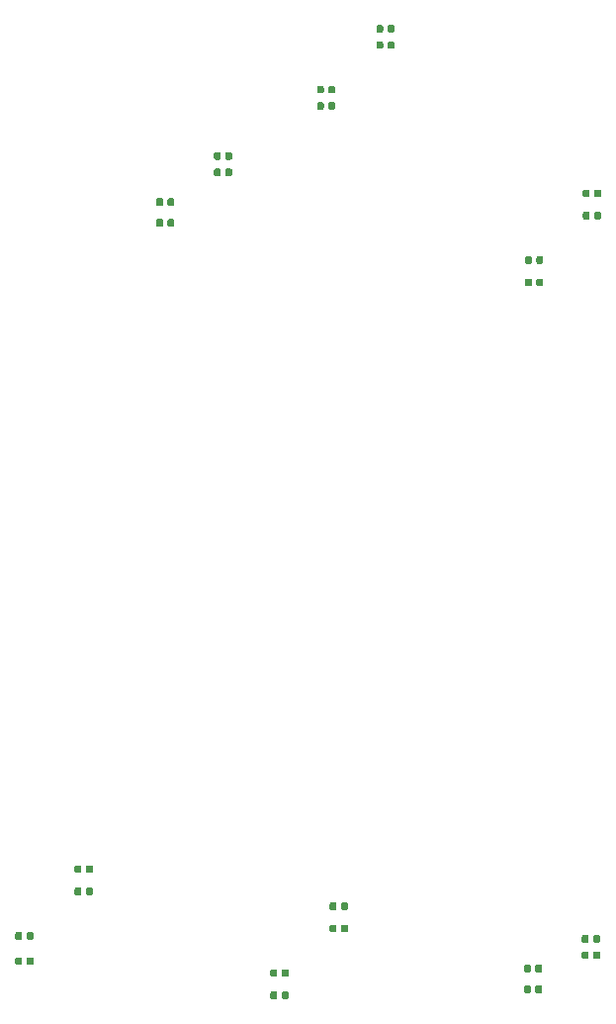
<source format=gbr>
G04 #@! TF.GenerationSoftware,KiCad,Pcbnew,(5.1.2-1)-1*
G04 #@! TF.CreationDate,2019-07-19T20:23:14+01:00*
G04 #@! TF.ProjectId,CurrentSinkModule,43757272-656e-4745-9369-6e6b4d6f6475,RevC*
G04 #@! TF.SameCoordinates,Original*
G04 #@! TF.FileFunction,Paste,Bot*
G04 #@! TF.FilePolarity,Positive*
%FSLAX46Y46*%
G04 Gerber Fmt 4.6, Leading zero omitted, Abs format (unit mm)*
G04 Created by KiCad (PCBNEW (5.1.2-1)-1) date 2019-07-19 20:23:14*
%MOMM*%
%LPD*%
G04 APERTURE LIST*
%ADD10C,0.100000*%
%ADD11C,0.590000*%
G04 APERTURE END LIST*
D10*
G36*
X247661958Y-146492710D02*
G01*
X247676276Y-146494834D01*
X247690317Y-146498351D01*
X247703946Y-146503228D01*
X247717031Y-146509417D01*
X247729447Y-146516858D01*
X247741073Y-146525481D01*
X247751798Y-146535202D01*
X247761519Y-146545927D01*
X247770142Y-146557553D01*
X247777583Y-146569969D01*
X247783772Y-146583054D01*
X247788649Y-146596683D01*
X247792166Y-146610724D01*
X247794290Y-146625042D01*
X247795000Y-146639500D01*
X247795000Y-146984500D01*
X247794290Y-146998958D01*
X247792166Y-147013276D01*
X247788649Y-147027317D01*
X247783772Y-147040946D01*
X247777583Y-147054031D01*
X247770142Y-147066447D01*
X247761519Y-147078073D01*
X247751798Y-147088798D01*
X247741073Y-147098519D01*
X247729447Y-147107142D01*
X247717031Y-147114583D01*
X247703946Y-147120772D01*
X247690317Y-147125649D01*
X247676276Y-147129166D01*
X247661958Y-147131290D01*
X247647500Y-147132000D01*
X247352500Y-147132000D01*
X247338042Y-147131290D01*
X247323724Y-147129166D01*
X247309683Y-147125649D01*
X247296054Y-147120772D01*
X247282969Y-147114583D01*
X247270553Y-147107142D01*
X247258927Y-147098519D01*
X247248202Y-147088798D01*
X247238481Y-147078073D01*
X247229858Y-147066447D01*
X247222417Y-147054031D01*
X247216228Y-147040946D01*
X247211351Y-147027317D01*
X247207834Y-147013276D01*
X247205710Y-146998958D01*
X247205000Y-146984500D01*
X247205000Y-146639500D01*
X247205710Y-146625042D01*
X247207834Y-146610724D01*
X247211351Y-146596683D01*
X247216228Y-146583054D01*
X247222417Y-146569969D01*
X247229858Y-146557553D01*
X247238481Y-146545927D01*
X247248202Y-146535202D01*
X247258927Y-146525481D01*
X247270553Y-146516858D01*
X247282969Y-146509417D01*
X247296054Y-146503228D01*
X247309683Y-146498351D01*
X247323724Y-146494834D01*
X247338042Y-146492710D01*
X247352500Y-146492000D01*
X247647500Y-146492000D01*
X247661958Y-146492710D01*
X247661958Y-146492710D01*
G37*
D11*
X247500000Y-146812000D03*
D10*
G36*
X246691958Y-146492710D02*
G01*
X246706276Y-146494834D01*
X246720317Y-146498351D01*
X246733946Y-146503228D01*
X246747031Y-146509417D01*
X246759447Y-146516858D01*
X246771073Y-146525481D01*
X246781798Y-146535202D01*
X246791519Y-146545927D01*
X246800142Y-146557553D01*
X246807583Y-146569969D01*
X246813772Y-146583054D01*
X246818649Y-146596683D01*
X246822166Y-146610724D01*
X246824290Y-146625042D01*
X246825000Y-146639500D01*
X246825000Y-146984500D01*
X246824290Y-146998958D01*
X246822166Y-147013276D01*
X246818649Y-147027317D01*
X246813772Y-147040946D01*
X246807583Y-147054031D01*
X246800142Y-147066447D01*
X246791519Y-147078073D01*
X246781798Y-147088798D01*
X246771073Y-147098519D01*
X246759447Y-147107142D01*
X246747031Y-147114583D01*
X246733946Y-147120772D01*
X246720317Y-147125649D01*
X246706276Y-147129166D01*
X246691958Y-147131290D01*
X246677500Y-147132000D01*
X246382500Y-147132000D01*
X246368042Y-147131290D01*
X246353724Y-147129166D01*
X246339683Y-147125649D01*
X246326054Y-147120772D01*
X246312969Y-147114583D01*
X246300553Y-147107142D01*
X246288927Y-147098519D01*
X246278202Y-147088798D01*
X246268481Y-147078073D01*
X246259858Y-147066447D01*
X246252417Y-147054031D01*
X246246228Y-147040946D01*
X246241351Y-147027317D01*
X246237834Y-147013276D01*
X246235710Y-146998958D01*
X246235000Y-146984500D01*
X246235000Y-146639500D01*
X246235710Y-146625042D01*
X246237834Y-146610724D01*
X246241351Y-146596683D01*
X246246228Y-146583054D01*
X246252417Y-146569969D01*
X246259858Y-146557553D01*
X246268481Y-146545927D01*
X246278202Y-146535202D01*
X246288927Y-146525481D01*
X246300553Y-146516858D01*
X246312969Y-146509417D01*
X246326054Y-146503228D01*
X246339683Y-146498351D01*
X246353724Y-146494834D01*
X246368042Y-146492710D01*
X246382500Y-146492000D01*
X246677500Y-146492000D01*
X246691958Y-146492710D01*
X246691958Y-146492710D01*
G37*
D11*
X246530000Y-146812000D03*
D10*
G36*
X251771958Y-140777710D02*
G01*
X251786276Y-140779834D01*
X251800317Y-140783351D01*
X251813946Y-140788228D01*
X251827031Y-140794417D01*
X251839447Y-140801858D01*
X251851073Y-140810481D01*
X251861798Y-140820202D01*
X251871519Y-140830927D01*
X251880142Y-140842553D01*
X251887583Y-140854969D01*
X251893772Y-140868054D01*
X251898649Y-140881683D01*
X251902166Y-140895724D01*
X251904290Y-140910042D01*
X251905000Y-140924500D01*
X251905000Y-141269500D01*
X251904290Y-141283958D01*
X251902166Y-141298276D01*
X251898649Y-141312317D01*
X251893772Y-141325946D01*
X251887583Y-141339031D01*
X251880142Y-141351447D01*
X251871519Y-141363073D01*
X251861798Y-141373798D01*
X251851073Y-141383519D01*
X251839447Y-141392142D01*
X251827031Y-141399583D01*
X251813946Y-141405772D01*
X251800317Y-141410649D01*
X251786276Y-141414166D01*
X251771958Y-141416290D01*
X251757500Y-141417000D01*
X251462500Y-141417000D01*
X251448042Y-141416290D01*
X251433724Y-141414166D01*
X251419683Y-141410649D01*
X251406054Y-141405772D01*
X251392969Y-141399583D01*
X251380553Y-141392142D01*
X251368927Y-141383519D01*
X251358202Y-141373798D01*
X251348481Y-141363073D01*
X251339858Y-141351447D01*
X251332417Y-141339031D01*
X251326228Y-141325946D01*
X251321351Y-141312317D01*
X251317834Y-141298276D01*
X251315710Y-141283958D01*
X251315000Y-141269500D01*
X251315000Y-140924500D01*
X251315710Y-140910042D01*
X251317834Y-140895724D01*
X251321351Y-140881683D01*
X251326228Y-140868054D01*
X251332417Y-140854969D01*
X251339858Y-140842553D01*
X251348481Y-140830927D01*
X251358202Y-140820202D01*
X251368927Y-140810481D01*
X251380553Y-140801858D01*
X251392969Y-140794417D01*
X251406054Y-140788228D01*
X251419683Y-140783351D01*
X251433724Y-140779834D01*
X251448042Y-140777710D01*
X251462500Y-140777000D01*
X251757500Y-140777000D01*
X251771958Y-140777710D01*
X251771958Y-140777710D01*
G37*
D11*
X251610000Y-141097000D03*
D10*
G36*
X252741958Y-140777710D02*
G01*
X252756276Y-140779834D01*
X252770317Y-140783351D01*
X252783946Y-140788228D01*
X252797031Y-140794417D01*
X252809447Y-140801858D01*
X252821073Y-140810481D01*
X252831798Y-140820202D01*
X252841519Y-140830927D01*
X252850142Y-140842553D01*
X252857583Y-140854969D01*
X252863772Y-140868054D01*
X252868649Y-140881683D01*
X252872166Y-140895724D01*
X252874290Y-140910042D01*
X252875000Y-140924500D01*
X252875000Y-141269500D01*
X252874290Y-141283958D01*
X252872166Y-141298276D01*
X252868649Y-141312317D01*
X252863772Y-141325946D01*
X252857583Y-141339031D01*
X252850142Y-141351447D01*
X252841519Y-141363073D01*
X252831798Y-141373798D01*
X252821073Y-141383519D01*
X252809447Y-141392142D01*
X252797031Y-141399583D01*
X252783946Y-141405772D01*
X252770317Y-141410649D01*
X252756276Y-141414166D01*
X252741958Y-141416290D01*
X252727500Y-141417000D01*
X252432500Y-141417000D01*
X252418042Y-141416290D01*
X252403724Y-141414166D01*
X252389683Y-141410649D01*
X252376054Y-141405772D01*
X252362969Y-141399583D01*
X252350553Y-141392142D01*
X252338927Y-141383519D01*
X252328202Y-141373798D01*
X252318481Y-141363073D01*
X252309858Y-141351447D01*
X252302417Y-141339031D01*
X252296228Y-141325946D01*
X252291351Y-141312317D01*
X252287834Y-141298276D01*
X252285710Y-141283958D01*
X252285000Y-141269500D01*
X252285000Y-140924500D01*
X252285710Y-140910042D01*
X252287834Y-140895724D01*
X252291351Y-140881683D01*
X252296228Y-140868054D01*
X252302417Y-140854969D01*
X252309858Y-140842553D01*
X252318481Y-140830927D01*
X252328202Y-140820202D01*
X252338927Y-140810481D01*
X252350553Y-140801858D01*
X252362969Y-140794417D01*
X252376054Y-140788228D01*
X252389683Y-140783351D01*
X252403724Y-140779834D01*
X252418042Y-140777710D01*
X252432500Y-140777000D01*
X252727500Y-140777000D01*
X252741958Y-140777710D01*
X252741958Y-140777710D01*
G37*
D11*
X252580000Y-141097000D03*
D10*
G36*
X247661958Y-144587710D02*
G01*
X247676276Y-144589834D01*
X247690317Y-144593351D01*
X247703946Y-144598228D01*
X247717031Y-144604417D01*
X247729447Y-144611858D01*
X247741073Y-144620481D01*
X247751798Y-144630202D01*
X247761519Y-144640927D01*
X247770142Y-144652553D01*
X247777583Y-144664969D01*
X247783772Y-144678054D01*
X247788649Y-144691683D01*
X247792166Y-144705724D01*
X247794290Y-144720042D01*
X247795000Y-144734500D01*
X247795000Y-145079500D01*
X247794290Y-145093958D01*
X247792166Y-145108276D01*
X247788649Y-145122317D01*
X247783772Y-145135946D01*
X247777583Y-145149031D01*
X247770142Y-145161447D01*
X247761519Y-145173073D01*
X247751798Y-145183798D01*
X247741073Y-145193519D01*
X247729447Y-145202142D01*
X247717031Y-145209583D01*
X247703946Y-145215772D01*
X247690317Y-145220649D01*
X247676276Y-145224166D01*
X247661958Y-145226290D01*
X247647500Y-145227000D01*
X247352500Y-145227000D01*
X247338042Y-145226290D01*
X247323724Y-145224166D01*
X247309683Y-145220649D01*
X247296054Y-145215772D01*
X247282969Y-145209583D01*
X247270553Y-145202142D01*
X247258927Y-145193519D01*
X247248202Y-145183798D01*
X247238481Y-145173073D01*
X247229858Y-145161447D01*
X247222417Y-145149031D01*
X247216228Y-145135946D01*
X247211351Y-145122317D01*
X247207834Y-145108276D01*
X247205710Y-145093958D01*
X247205000Y-145079500D01*
X247205000Y-144734500D01*
X247205710Y-144720042D01*
X247207834Y-144705724D01*
X247211351Y-144691683D01*
X247216228Y-144678054D01*
X247222417Y-144664969D01*
X247229858Y-144652553D01*
X247238481Y-144640927D01*
X247248202Y-144630202D01*
X247258927Y-144620481D01*
X247270553Y-144611858D01*
X247282969Y-144604417D01*
X247296054Y-144598228D01*
X247309683Y-144593351D01*
X247323724Y-144589834D01*
X247338042Y-144587710D01*
X247352500Y-144587000D01*
X247647500Y-144587000D01*
X247661958Y-144587710D01*
X247661958Y-144587710D01*
G37*
D11*
X247500000Y-144907000D03*
D10*
G36*
X246691958Y-144587710D02*
G01*
X246706276Y-144589834D01*
X246720317Y-144593351D01*
X246733946Y-144598228D01*
X246747031Y-144604417D01*
X246759447Y-144611858D01*
X246771073Y-144620481D01*
X246781798Y-144630202D01*
X246791519Y-144640927D01*
X246800142Y-144652553D01*
X246807583Y-144664969D01*
X246813772Y-144678054D01*
X246818649Y-144691683D01*
X246822166Y-144705724D01*
X246824290Y-144720042D01*
X246825000Y-144734500D01*
X246825000Y-145079500D01*
X246824290Y-145093958D01*
X246822166Y-145108276D01*
X246818649Y-145122317D01*
X246813772Y-145135946D01*
X246807583Y-145149031D01*
X246800142Y-145161447D01*
X246791519Y-145173073D01*
X246781798Y-145183798D01*
X246771073Y-145193519D01*
X246759447Y-145202142D01*
X246747031Y-145209583D01*
X246733946Y-145215772D01*
X246720317Y-145220649D01*
X246706276Y-145224166D01*
X246691958Y-145226290D01*
X246677500Y-145227000D01*
X246382500Y-145227000D01*
X246368042Y-145226290D01*
X246353724Y-145224166D01*
X246339683Y-145220649D01*
X246326054Y-145215772D01*
X246312969Y-145209583D01*
X246300553Y-145202142D01*
X246288927Y-145193519D01*
X246278202Y-145183798D01*
X246268481Y-145173073D01*
X246259858Y-145161447D01*
X246252417Y-145149031D01*
X246246228Y-145135946D01*
X246241351Y-145122317D01*
X246237834Y-145108276D01*
X246235710Y-145093958D01*
X246235000Y-145079500D01*
X246235000Y-144734500D01*
X246235710Y-144720042D01*
X246237834Y-144705724D01*
X246241351Y-144691683D01*
X246246228Y-144678054D01*
X246252417Y-144664969D01*
X246259858Y-144652553D01*
X246268481Y-144640927D01*
X246278202Y-144630202D01*
X246288927Y-144620481D01*
X246300553Y-144611858D01*
X246312969Y-144604417D01*
X246326054Y-144598228D01*
X246339683Y-144593351D01*
X246353724Y-144589834D01*
X246368042Y-144587710D01*
X246382500Y-144587000D01*
X246677500Y-144587000D01*
X246691958Y-144587710D01*
X246691958Y-144587710D01*
G37*
D11*
X246530000Y-144907000D03*
D10*
G36*
X251771958Y-138872710D02*
G01*
X251786276Y-138874834D01*
X251800317Y-138878351D01*
X251813946Y-138883228D01*
X251827031Y-138889417D01*
X251839447Y-138896858D01*
X251851073Y-138905481D01*
X251861798Y-138915202D01*
X251871519Y-138925927D01*
X251880142Y-138937553D01*
X251887583Y-138949969D01*
X251893772Y-138963054D01*
X251898649Y-138976683D01*
X251902166Y-138990724D01*
X251904290Y-139005042D01*
X251905000Y-139019500D01*
X251905000Y-139364500D01*
X251904290Y-139378958D01*
X251902166Y-139393276D01*
X251898649Y-139407317D01*
X251893772Y-139420946D01*
X251887583Y-139434031D01*
X251880142Y-139446447D01*
X251871519Y-139458073D01*
X251861798Y-139468798D01*
X251851073Y-139478519D01*
X251839447Y-139487142D01*
X251827031Y-139494583D01*
X251813946Y-139500772D01*
X251800317Y-139505649D01*
X251786276Y-139509166D01*
X251771958Y-139511290D01*
X251757500Y-139512000D01*
X251462500Y-139512000D01*
X251448042Y-139511290D01*
X251433724Y-139509166D01*
X251419683Y-139505649D01*
X251406054Y-139500772D01*
X251392969Y-139494583D01*
X251380553Y-139487142D01*
X251368927Y-139478519D01*
X251358202Y-139468798D01*
X251348481Y-139458073D01*
X251339858Y-139446447D01*
X251332417Y-139434031D01*
X251326228Y-139420946D01*
X251321351Y-139407317D01*
X251317834Y-139393276D01*
X251315710Y-139378958D01*
X251315000Y-139364500D01*
X251315000Y-139019500D01*
X251315710Y-139005042D01*
X251317834Y-138990724D01*
X251321351Y-138976683D01*
X251326228Y-138963054D01*
X251332417Y-138949969D01*
X251339858Y-138937553D01*
X251348481Y-138925927D01*
X251358202Y-138915202D01*
X251368927Y-138905481D01*
X251380553Y-138896858D01*
X251392969Y-138889417D01*
X251406054Y-138883228D01*
X251419683Y-138878351D01*
X251433724Y-138874834D01*
X251448042Y-138872710D01*
X251462500Y-138872000D01*
X251757500Y-138872000D01*
X251771958Y-138872710D01*
X251771958Y-138872710D01*
G37*
D11*
X251610000Y-139192000D03*
D10*
G36*
X252741958Y-138872710D02*
G01*
X252756276Y-138874834D01*
X252770317Y-138878351D01*
X252783946Y-138883228D01*
X252797031Y-138889417D01*
X252809447Y-138896858D01*
X252821073Y-138905481D01*
X252831798Y-138915202D01*
X252841519Y-138925927D01*
X252850142Y-138937553D01*
X252857583Y-138949969D01*
X252863772Y-138963054D01*
X252868649Y-138976683D01*
X252872166Y-138990724D01*
X252874290Y-139005042D01*
X252875000Y-139019500D01*
X252875000Y-139364500D01*
X252874290Y-139378958D01*
X252872166Y-139393276D01*
X252868649Y-139407317D01*
X252863772Y-139420946D01*
X252857583Y-139434031D01*
X252850142Y-139446447D01*
X252841519Y-139458073D01*
X252831798Y-139468798D01*
X252821073Y-139478519D01*
X252809447Y-139487142D01*
X252797031Y-139494583D01*
X252783946Y-139500772D01*
X252770317Y-139505649D01*
X252756276Y-139509166D01*
X252741958Y-139511290D01*
X252727500Y-139512000D01*
X252432500Y-139512000D01*
X252418042Y-139511290D01*
X252403724Y-139509166D01*
X252389683Y-139505649D01*
X252376054Y-139500772D01*
X252362969Y-139494583D01*
X252350553Y-139487142D01*
X252338927Y-139478519D01*
X252328202Y-139468798D01*
X252318481Y-139458073D01*
X252309858Y-139446447D01*
X252302417Y-139434031D01*
X252296228Y-139420946D01*
X252291351Y-139407317D01*
X252287834Y-139393276D01*
X252285710Y-139378958D01*
X252285000Y-139364500D01*
X252285000Y-139019500D01*
X252285710Y-139005042D01*
X252287834Y-138990724D01*
X252291351Y-138976683D01*
X252296228Y-138963054D01*
X252302417Y-138949969D01*
X252309858Y-138937553D01*
X252318481Y-138925927D01*
X252328202Y-138915202D01*
X252338927Y-138905481D01*
X252350553Y-138896858D01*
X252362969Y-138889417D01*
X252376054Y-138883228D01*
X252389683Y-138878351D01*
X252403724Y-138874834D01*
X252418042Y-138872710D01*
X252432500Y-138872000D01*
X252727500Y-138872000D01*
X252741958Y-138872710D01*
X252741958Y-138872710D01*
G37*
D11*
X252580000Y-139192000D03*
D10*
G36*
X269467858Y-85481910D02*
G01*
X269482176Y-85484034D01*
X269496217Y-85487551D01*
X269509846Y-85492428D01*
X269522931Y-85498617D01*
X269535347Y-85506058D01*
X269546973Y-85514681D01*
X269557698Y-85524402D01*
X269567419Y-85535127D01*
X269576042Y-85546753D01*
X269583483Y-85559169D01*
X269589672Y-85572254D01*
X269594549Y-85585883D01*
X269598066Y-85599924D01*
X269600190Y-85614242D01*
X269600900Y-85628700D01*
X269600900Y-85973700D01*
X269600190Y-85988158D01*
X269598066Y-86002476D01*
X269594549Y-86016517D01*
X269589672Y-86030146D01*
X269583483Y-86043231D01*
X269576042Y-86055647D01*
X269567419Y-86067273D01*
X269557698Y-86077998D01*
X269546973Y-86087719D01*
X269535347Y-86096342D01*
X269522931Y-86103783D01*
X269509846Y-86109972D01*
X269496217Y-86114849D01*
X269482176Y-86118366D01*
X269467858Y-86120490D01*
X269453400Y-86121200D01*
X269158400Y-86121200D01*
X269143942Y-86120490D01*
X269129624Y-86118366D01*
X269115583Y-86114849D01*
X269101954Y-86109972D01*
X269088869Y-86103783D01*
X269076453Y-86096342D01*
X269064827Y-86087719D01*
X269054102Y-86077998D01*
X269044381Y-86067273D01*
X269035758Y-86055647D01*
X269028317Y-86043231D01*
X269022128Y-86030146D01*
X269017251Y-86016517D01*
X269013734Y-86002476D01*
X269011610Y-85988158D01*
X269010900Y-85973700D01*
X269010900Y-85628700D01*
X269011610Y-85614242D01*
X269013734Y-85599924D01*
X269017251Y-85585883D01*
X269022128Y-85572254D01*
X269028317Y-85559169D01*
X269035758Y-85546753D01*
X269044381Y-85535127D01*
X269054102Y-85524402D01*
X269064827Y-85514681D01*
X269076453Y-85506058D01*
X269088869Y-85498617D01*
X269101954Y-85492428D01*
X269115583Y-85487551D01*
X269129624Y-85484034D01*
X269143942Y-85481910D01*
X269158400Y-85481200D01*
X269453400Y-85481200D01*
X269467858Y-85481910D01*
X269467858Y-85481910D01*
G37*
D11*
X269305900Y-85801200D03*
D10*
G36*
X268497858Y-85481910D02*
G01*
X268512176Y-85484034D01*
X268526217Y-85487551D01*
X268539846Y-85492428D01*
X268552931Y-85498617D01*
X268565347Y-85506058D01*
X268576973Y-85514681D01*
X268587698Y-85524402D01*
X268597419Y-85535127D01*
X268606042Y-85546753D01*
X268613483Y-85559169D01*
X268619672Y-85572254D01*
X268624549Y-85585883D01*
X268628066Y-85599924D01*
X268630190Y-85614242D01*
X268630900Y-85628700D01*
X268630900Y-85973700D01*
X268630190Y-85988158D01*
X268628066Y-86002476D01*
X268624549Y-86016517D01*
X268619672Y-86030146D01*
X268613483Y-86043231D01*
X268606042Y-86055647D01*
X268597419Y-86067273D01*
X268587698Y-86077998D01*
X268576973Y-86087719D01*
X268565347Y-86096342D01*
X268552931Y-86103783D01*
X268539846Y-86109972D01*
X268526217Y-86114849D01*
X268512176Y-86118366D01*
X268497858Y-86120490D01*
X268483400Y-86121200D01*
X268188400Y-86121200D01*
X268173942Y-86120490D01*
X268159624Y-86118366D01*
X268145583Y-86114849D01*
X268131954Y-86109972D01*
X268118869Y-86103783D01*
X268106453Y-86096342D01*
X268094827Y-86087719D01*
X268084102Y-86077998D01*
X268074381Y-86067273D01*
X268065758Y-86055647D01*
X268058317Y-86043231D01*
X268052128Y-86030146D01*
X268047251Y-86016517D01*
X268043734Y-86002476D01*
X268041610Y-85988158D01*
X268040900Y-85973700D01*
X268040900Y-85628700D01*
X268041610Y-85614242D01*
X268043734Y-85599924D01*
X268047251Y-85585883D01*
X268052128Y-85572254D01*
X268058317Y-85559169D01*
X268065758Y-85546753D01*
X268074381Y-85535127D01*
X268084102Y-85524402D01*
X268094827Y-85514681D01*
X268106453Y-85506058D01*
X268118869Y-85498617D01*
X268131954Y-85492428D01*
X268145583Y-85487551D01*
X268159624Y-85484034D01*
X268173942Y-85481910D01*
X268188400Y-85481200D01*
X268483400Y-85481200D01*
X268497858Y-85481910D01*
X268497858Y-85481910D01*
G37*
D11*
X268335900Y-85801200D03*
D10*
G36*
X273450858Y-77861910D02*
G01*
X273465176Y-77864034D01*
X273479217Y-77867551D01*
X273492846Y-77872428D01*
X273505931Y-77878617D01*
X273518347Y-77886058D01*
X273529973Y-77894681D01*
X273540698Y-77904402D01*
X273550419Y-77915127D01*
X273559042Y-77926753D01*
X273566483Y-77939169D01*
X273572672Y-77952254D01*
X273577549Y-77965883D01*
X273581066Y-77979924D01*
X273583190Y-77994242D01*
X273583900Y-78008700D01*
X273583900Y-78353700D01*
X273583190Y-78368158D01*
X273581066Y-78382476D01*
X273577549Y-78396517D01*
X273572672Y-78410146D01*
X273566483Y-78423231D01*
X273559042Y-78435647D01*
X273550419Y-78447273D01*
X273540698Y-78457998D01*
X273529973Y-78467719D01*
X273518347Y-78476342D01*
X273505931Y-78483783D01*
X273492846Y-78489972D01*
X273479217Y-78494849D01*
X273465176Y-78498366D01*
X273450858Y-78500490D01*
X273436400Y-78501200D01*
X273141400Y-78501200D01*
X273126942Y-78500490D01*
X273112624Y-78498366D01*
X273098583Y-78494849D01*
X273084954Y-78489972D01*
X273071869Y-78483783D01*
X273059453Y-78476342D01*
X273047827Y-78467719D01*
X273037102Y-78457998D01*
X273027381Y-78447273D01*
X273018758Y-78435647D01*
X273011317Y-78423231D01*
X273005128Y-78410146D01*
X273000251Y-78396517D01*
X272996734Y-78382476D01*
X272994610Y-78368158D01*
X272993900Y-78353700D01*
X272993900Y-78008700D01*
X272994610Y-77994242D01*
X272996734Y-77979924D01*
X273000251Y-77965883D01*
X273005128Y-77952254D01*
X273011317Y-77939169D01*
X273018758Y-77926753D01*
X273027381Y-77915127D01*
X273037102Y-77904402D01*
X273047827Y-77894681D01*
X273059453Y-77886058D01*
X273071869Y-77878617D01*
X273084954Y-77872428D01*
X273098583Y-77867551D01*
X273112624Y-77864034D01*
X273126942Y-77861910D01*
X273141400Y-77861200D01*
X273436400Y-77861200D01*
X273450858Y-77861910D01*
X273450858Y-77861910D01*
G37*
D11*
X273288900Y-78181200D03*
D10*
G36*
X274420858Y-77861910D02*
G01*
X274435176Y-77864034D01*
X274449217Y-77867551D01*
X274462846Y-77872428D01*
X274475931Y-77878617D01*
X274488347Y-77886058D01*
X274499973Y-77894681D01*
X274510698Y-77904402D01*
X274520419Y-77915127D01*
X274529042Y-77926753D01*
X274536483Y-77939169D01*
X274542672Y-77952254D01*
X274547549Y-77965883D01*
X274551066Y-77979924D01*
X274553190Y-77994242D01*
X274553900Y-78008700D01*
X274553900Y-78353700D01*
X274553190Y-78368158D01*
X274551066Y-78382476D01*
X274547549Y-78396517D01*
X274542672Y-78410146D01*
X274536483Y-78423231D01*
X274529042Y-78435647D01*
X274520419Y-78447273D01*
X274510698Y-78457998D01*
X274499973Y-78467719D01*
X274488347Y-78476342D01*
X274475931Y-78483783D01*
X274462846Y-78489972D01*
X274449217Y-78494849D01*
X274435176Y-78498366D01*
X274420858Y-78500490D01*
X274406400Y-78501200D01*
X274111400Y-78501200D01*
X274096942Y-78500490D01*
X274082624Y-78498366D01*
X274068583Y-78494849D01*
X274054954Y-78489972D01*
X274041869Y-78483783D01*
X274029453Y-78476342D01*
X274017827Y-78467719D01*
X274007102Y-78457998D01*
X273997381Y-78447273D01*
X273988758Y-78435647D01*
X273981317Y-78423231D01*
X273975128Y-78410146D01*
X273970251Y-78396517D01*
X273966734Y-78382476D01*
X273964610Y-78368158D01*
X273963900Y-78353700D01*
X273963900Y-78008700D01*
X273964610Y-77994242D01*
X273966734Y-77979924D01*
X273970251Y-77965883D01*
X273975128Y-77952254D01*
X273981317Y-77939169D01*
X273988758Y-77926753D01*
X273997381Y-77915127D01*
X274007102Y-77904402D01*
X274017827Y-77894681D01*
X274029453Y-77886058D01*
X274041869Y-77878617D01*
X274054954Y-77872428D01*
X274068583Y-77867551D01*
X274082624Y-77864034D01*
X274096942Y-77861910D01*
X274111400Y-77861200D01*
X274406400Y-77861200D01*
X274420858Y-77861910D01*
X274420858Y-77861910D01*
G37*
D11*
X274258900Y-78181200D03*
D10*
G36*
X269467858Y-83576910D02*
G01*
X269482176Y-83579034D01*
X269496217Y-83582551D01*
X269509846Y-83587428D01*
X269522931Y-83593617D01*
X269535347Y-83601058D01*
X269546973Y-83609681D01*
X269557698Y-83619402D01*
X269567419Y-83630127D01*
X269576042Y-83641753D01*
X269583483Y-83654169D01*
X269589672Y-83667254D01*
X269594549Y-83680883D01*
X269598066Y-83694924D01*
X269600190Y-83709242D01*
X269600900Y-83723700D01*
X269600900Y-84068700D01*
X269600190Y-84083158D01*
X269598066Y-84097476D01*
X269594549Y-84111517D01*
X269589672Y-84125146D01*
X269583483Y-84138231D01*
X269576042Y-84150647D01*
X269567419Y-84162273D01*
X269557698Y-84172998D01*
X269546973Y-84182719D01*
X269535347Y-84191342D01*
X269522931Y-84198783D01*
X269509846Y-84204972D01*
X269496217Y-84209849D01*
X269482176Y-84213366D01*
X269467858Y-84215490D01*
X269453400Y-84216200D01*
X269158400Y-84216200D01*
X269143942Y-84215490D01*
X269129624Y-84213366D01*
X269115583Y-84209849D01*
X269101954Y-84204972D01*
X269088869Y-84198783D01*
X269076453Y-84191342D01*
X269064827Y-84182719D01*
X269054102Y-84172998D01*
X269044381Y-84162273D01*
X269035758Y-84150647D01*
X269028317Y-84138231D01*
X269022128Y-84125146D01*
X269017251Y-84111517D01*
X269013734Y-84097476D01*
X269011610Y-84083158D01*
X269010900Y-84068700D01*
X269010900Y-83723700D01*
X269011610Y-83709242D01*
X269013734Y-83694924D01*
X269017251Y-83680883D01*
X269022128Y-83667254D01*
X269028317Y-83654169D01*
X269035758Y-83641753D01*
X269044381Y-83630127D01*
X269054102Y-83619402D01*
X269064827Y-83609681D01*
X269076453Y-83601058D01*
X269088869Y-83593617D01*
X269101954Y-83587428D01*
X269115583Y-83582551D01*
X269129624Y-83579034D01*
X269143942Y-83576910D01*
X269158400Y-83576200D01*
X269453400Y-83576200D01*
X269467858Y-83576910D01*
X269467858Y-83576910D01*
G37*
D11*
X269305900Y-83896200D03*
D10*
G36*
X268497858Y-83576910D02*
G01*
X268512176Y-83579034D01*
X268526217Y-83582551D01*
X268539846Y-83587428D01*
X268552931Y-83593617D01*
X268565347Y-83601058D01*
X268576973Y-83609681D01*
X268587698Y-83619402D01*
X268597419Y-83630127D01*
X268606042Y-83641753D01*
X268613483Y-83654169D01*
X268619672Y-83667254D01*
X268624549Y-83680883D01*
X268628066Y-83694924D01*
X268630190Y-83709242D01*
X268630900Y-83723700D01*
X268630900Y-84068700D01*
X268630190Y-84083158D01*
X268628066Y-84097476D01*
X268624549Y-84111517D01*
X268619672Y-84125146D01*
X268613483Y-84138231D01*
X268606042Y-84150647D01*
X268597419Y-84162273D01*
X268587698Y-84172998D01*
X268576973Y-84182719D01*
X268565347Y-84191342D01*
X268552931Y-84198783D01*
X268539846Y-84204972D01*
X268526217Y-84209849D01*
X268512176Y-84213366D01*
X268497858Y-84215490D01*
X268483400Y-84216200D01*
X268188400Y-84216200D01*
X268173942Y-84215490D01*
X268159624Y-84213366D01*
X268145583Y-84209849D01*
X268131954Y-84204972D01*
X268118869Y-84198783D01*
X268106453Y-84191342D01*
X268094827Y-84182719D01*
X268084102Y-84172998D01*
X268074381Y-84162273D01*
X268065758Y-84150647D01*
X268058317Y-84138231D01*
X268052128Y-84125146D01*
X268047251Y-84111517D01*
X268043734Y-84097476D01*
X268041610Y-84083158D01*
X268040900Y-84068700D01*
X268040900Y-83723700D01*
X268041610Y-83709242D01*
X268043734Y-83694924D01*
X268047251Y-83680883D01*
X268052128Y-83667254D01*
X268058317Y-83654169D01*
X268065758Y-83641753D01*
X268074381Y-83630127D01*
X268084102Y-83619402D01*
X268094827Y-83609681D01*
X268106453Y-83601058D01*
X268118869Y-83593617D01*
X268131954Y-83587428D01*
X268145583Y-83582551D01*
X268159624Y-83579034D01*
X268173942Y-83576910D01*
X268188400Y-83576200D01*
X268483400Y-83576200D01*
X268497858Y-83576910D01*
X268497858Y-83576910D01*
G37*
D11*
X268335900Y-83896200D03*
D10*
G36*
X273450858Y-79766910D02*
G01*
X273465176Y-79769034D01*
X273479217Y-79772551D01*
X273492846Y-79777428D01*
X273505931Y-79783617D01*
X273518347Y-79791058D01*
X273529973Y-79799681D01*
X273540698Y-79809402D01*
X273550419Y-79820127D01*
X273559042Y-79831753D01*
X273566483Y-79844169D01*
X273572672Y-79857254D01*
X273577549Y-79870883D01*
X273581066Y-79884924D01*
X273583190Y-79899242D01*
X273583900Y-79913700D01*
X273583900Y-80258700D01*
X273583190Y-80273158D01*
X273581066Y-80287476D01*
X273577549Y-80301517D01*
X273572672Y-80315146D01*
X273566483Y-80328231D01*
X273559042Y-80340647D01*
X273550419Y-80352273D01*
X273540698Y-80362998D01*
X273529973Y-80372719D01*
X273518347Y-80381342D01*
X273505931Y-80388783D01*
X273492846Y-80394972D01*
X273479217Y-80399849D01*
X273465176Y-80403366D01*
X273450858Y-80405490D01*
X273436400Y-80406200D01*
X273141400Y-80406200D01*
X273126942Y-80405490D01*
X273112624Y-80403366D01*
X273098583Y-80399849D01*
X273084954Y-80394972D01*
X273071869Y-80388783D01*
X273059453Y-80381342D01*
X273047827Y-80372719D01*
X273037102Y-80362998D01*
X273027381Y-80352273D01*
X273018758Y-80340647D01*
X273011317Y-80328231D01*
X273005128Y-80315146D01*
X273000251Y-80301517D01*
X272996734Y-80287476D01*
X272994610Y-80273158D01*
X272993900Y-80258700D01*
X272993900Y-79913700D01*
X272994610Y-79899242D01*
X272996734Y-79884924D01*
X273000251Y-79870883D01*
X273005128Y-79857254D01*
X273011317Y-79844169D01*
X273018758Y-79831753D01*
X273027381Y-79820127D01*
X273037102Y-79809402D01*
X273047827Y-79799681D01*
X273059453Y-79791058D01*
X273071869Y-79783617D01*
X273084954Y-79777428D01*
X273098583Y-79772551D01*
X273112624Y-79769034D01*
X273126942Y-79766910D01*
X273141400Y-79766200D01*
X273436400Y-79766200D01*
X273450858Y-79766910D01*
X273450858Y-79766910D01*
G37*
D11*
X273288900Y-80086200D03*
D10*
G36*
X274420858Y-79766910D02*
G01*
X274435176Y-79769034D01*
X274449217Y-79772551D01*
X274462846Y-79777428D01*
X274475931Y-79783617D01*
X274488347Y-79791058D01*
X274499973Y-79799681D01*
X274510698Y-79809402D01*
X274520419Y-79820127D01*
X274529042Y-79831753D01*
X274536483Y-79844169D01*
X274542672Y-79857254D01*
X274547549Y-79870883D01*
X274551066Y-79884924D01*
X274553190Y-79899242D01*
X274553900Y-79913700D01*
X274553900Y-80258700D01*
X274553190Y-80273158D01*
X274551066Y-80287476D01*
X274547549Y-80301517D01*
X274542672Y-80315146D01*
X274536483Y-80328231D01*
X274529042Y-80340647D01*
X274520419Y-80352273D01*
X274510698Y-80362998D01*
X274499973Y-80372719D01*
X274488347Y-80381342D01*
X274475931Y-80388783D01*
X274462846Y-80394972D01*
X274449217Y-80399849D01*
X274435176Y-80403366D01*
X274420858Y-80405490D01*
X274406400Y-80406200D01*
X274111400Y-80406200D01*
X274096942Y-80405490D01*
X274082624Y-80403366D01*
X274068583Y-80399849D01*
X274054954Y-80394972D01*
X274041869Y-80388783D01*
X274029453Y-80381342D01*
X274017827Y-80372719D01*
X274007102Y-80362998D01*
X273997381Y-80352273D01*
X273988758Y-80340647D01*
X273981317Y-80328231D01*
X273975128Y-80315146D01*
X273970251Y-80301517D01*
X273966734Y-80287476D01*
X273964610Y-80273158D01*
X273963900Y-80258700D01*
X273963900Y-79913700D01*
X273964610Y-79899242D01*
X273966734Y-79884924D01*
X273970251Y-79870883D01*
X273975128Y-79857254D01*
X273981317Y-79844169D01*
X273988758Y-79831753D01*
X273997381Y-79820127D01*
X274007102Y-79809402D01*
X274017827Y-79799681D01*
X274029453Y-79791058D01*
X274041869Y-79783617D01*
X274054954Y-79777428D01*
X274068583Y-79772551D01*
X274082624Y-79769034D01*
X274096942Y-79766910D01*
X274111400Y-79766200D01*
X274406400Y-79766200D01*
X274420858Y-79766910D01*
X274420858Y-79766910D01*
G37*
D11*
X274258900Y-80086200D03*
D10*
G36*
X269378958Y-145984710D02*
G01*
X269393276Y-145986834D01*
X269407317Y-145990351D01*
X269420946Y-145995228D01*
X269434031Y-146001417D01*
X269446447Y-146008858D01*
X269458073Y-146017481D01*
X269468798Y-146027202D01*
X269478519Y-146037927D01*
X269487142Y-146049553D01*
X269494583Y-146061969D01*
X269500772Y-146075054D01*
X269505649Y-146088683D01*
X269509166Y-146102724D01*
X269511290Y-146117042D01*
X269512000Y-146131500D01*
X269512000Y-146476500D01*
X269511290Y-146490958D01*
X269509166Y-146505276D01*
X269505649Y-146519317D01*
X269500772Y-146532946D01*
X269494583Y-146546031D01*
X269487142Y-146558447D01*
X269478519Y-146570073D01*
X269468798Y-146580798D01*
X269458073Y-146590519D01*
X269446447Y-146599142D01*
X269434031Y-146606583D01*
X269420946Y-146612772D01*
X269407317Y-146617649D01*
X269393276Y-146621166D01*
X269378958Y-146623290D01*
X269364500Y-146624000D01*
X269069500Y-146624000D01*
X269055042Y-146623290D01*
X269040724Y-146621166D01*
X269026683Y-146617649D01*
X269013054Y-146612772D01*
X268999969Y-146606583D01*
X268987553Y-146599142D01*
X268975927Y-146590519D01*
X268965202Y-146580798D01*
X268955481Y-146570073D01*
X268946858Y-146558447D01*
X268939417Y-146546031D01*
X268933228Y-146532946D01*
X268928351Y-146519317D01*
X268924834Y-146505276D01*
X268922710Y-146490958D01*
X268922000Y-146476500D01*
X268922000Y-146131500D01*
X268922710Y-146117042D01*
X268924834Y-146102724D01*
X268928351Y-146088683D01*
X268933228Y-146075054D01*
X268939417Y-146061969D01*
X268946858Y-146049553D01*
X268955481Y-146037927D01*
X268965202Y-146027202D01*
X268975927Y-146017481D01*
X268987553Y-146008858D01*
X268999969Y-146001417D01*
X269013054Y-145995228D01*
X269026683Y-145990351D01*
X269040724Y-145986834D01*
X269055042Y-145984710D01*
X269069500Y-145984000D01*
X269364500Y-145984000D01*
X269378958Y-145984710D01*
X269378958Y-145984710D01*
G37*
D11*
X269217000Y-146304000D03*
D10*
G36*
X268408958Y-145984710D02*
G01*
X268423276Y-145986834D01*
X268437317Y-145990351D01*
X268450946Y-145995228D01*
X268464031Y-146001417D01*
X268476447Y-146008858D01*
X268488073Y-146017481D01*
X268498798Y-146027202D01*
X268508519Y-146037927D01*
X268517142Y-146049553D01*
X268524583Y-146061969D01*
X268530772Y-146075054D01*
X268535649Y-146088683D01*
X268539166Y-146102724D01*
X268541290Y-146117042D01*
X268542000Y-146131500D01*
X268542000Y-146476500D01*
X268541290Y-146490958D01*
X268539166Y-146505276D01*
X268535649Y-146519317D01*
X268530772Y-146532946D01*
X268524583Y-146546031D01*
X268517142Y-146558447D01*
X268508519Y-146570073D01*
X268498798Y-146580798D01*
X268488073Y-146590519D01*
X268476447Y-146599142D01*
X268464031Y-146606583D01*
X268450946Y-146612772D01*
X268437317Y-146617649D01*
X268423276Y-146621166D01*
X268408958Y-146623290D01*
X268394500Y-146624000D01*
X268099500Y-146624000D01*
X268085042Y-146623290D01*
X268070724Y-146621166D01*
X268056683Y-146617649D01*
X268043054Y-146612772D01*
X268029969Y-146606583D01*
X268017553Y-146599142D01*
X268005927Y-146590519D01*
X267995202Y-146580798D01*
X267985481Y-146570073D01*
X267976858Y-146558447D01*
X267969417Y-146546031D01*
X267963228Y-146532946D01*
X267958351Y-146519317D01*
X267954834Y-146505276D01*
X267952710Y-146490958D01*
X267952000Y-146476500D01*
X267952000Y-146131500D01*
X267952710Y-146117042D01*
X267954834Y-146102724D01*
X267958351Y-146088683D01*
X267963228Y-146075054D01*
X267969417Y-146061969D01*
X267976858Y-146049553D01*
X267985481Y-146037927D01*
X267995202Y-146027202D01*
X268005927Y-146017481D01*
X268017553Y-146008858D01*
X268029969Y-146001417D01*
X268043054Y-145995228D01*
X268056683Y-145990351D01*
X268070724Y-145986834D01*
X268085042Y-145984710D01*
X268099500Y-145984000D01*
X268394500Y-145984000D01*
X268408958Y-145984710D01*
X268408958Y-145984710D01*
G37*
D11*
X268247000Y-146304000D03*
D10*
G36*
X273361958Y-141666710D02*
G01*
X273376276Y-141668834D01*
X273390317Y-141672351D01*
X273403946Y-141677228D01*
X273417031Y-141683417D01*
X273429447Y-141690858D01*
X273441073Y-141699481D01*
X273451798Y-141709202D01*
X273461519Y-141719927D01*
X273470142Y-141731553D01*
X273477583Y-141743969D01*
X273483772Y-141757054D01*
X273488649Y-141770683D01*
X273492166Y-141784724D01*
X273494290Y-141799042D01*
X273495000Y-141813500D01*
X273495000Y-142158500D01*
X273494290Y-142172958D01*
X273492166Y-142187276D01*
X273488649Y-142201317D01*
X273483772Y-142214946D01*
X273477583Y-142228031D01*
X273470142Y-142240447D01*
X273461519Y-142252073D01*
X273451798Y-142262798D01*
X273441073Y-142272519D01*
X273429447Y-142281142D01*
X273417031Y-142288583D01*
X273403946Y-142294772D01*
X273390317Y-142299649D01*
X273376276Y-142303166D01*
X273361958Y-142305290D01*
X273347500Y-142306000D01*
X273052500Y-142306000D01*
X273038042Y-142305290D01*
X273023724Y-142303166D01*
X273009683Y-142299649D01*
X272996054Y-142294772D01*
X272982969Y-142288583D01*
X272970553Y-142281142D01*
X272958927Y-142272519D01*
X272948202Y-142262798D01*
X272938481Y-142252073D01*
X272929858Y-142240447D01*
X272922417Y-142228031D01*
X272916228Y-142214946D01*
X272911351Y-142201317D01*
X272907834Y-142187276D01*
X272905710Y-142172958D01*
X272905000Y-142158500D01*
X272905000Y-141813500D01*
X272905710Y-141799042D01*
X272907834Y-141784724D01*
X272911351Y-141770683D01*
X272916228Y-141757054D01*
X272922417Y-141743969D01*
X272929858Y-141731553D01*
X272938481Y-141719927D01*
X272948202Y-141709202D01*
X272958927Y-141699481D01*
X272970553Y-141690858D01*
X272982969Y-141683417D01*
X272996054Y-141677228D01*
X273009683Y-141672351D01*
X273023724Y-141668834D01*
X273038042Y-141666710D01*
X273052500Y-141666000D01*
X273347500Y-141666000D01*
X273361958Y-141666710D01*
X273361958Y-141666710D01*
G37*
D11*
X273200000Y-141986000D03*
D10*
G36*
X274331958Y-141666710D02*
G01*
X274346276Y-141668834D01*
X274360317Y-141672351D01*
X274373946Y-141677228D01*
X274387031Y-141683417D01*
X274399447Y-141690858D01*
X274411073Y-141699481D01*
X274421798Y-141709202D01*
X274431519Y-141719927D01*
X274440142Y-141731553D01*
X274447583Y-141743969D01*
X274453772Y-141757054D01*
X274458649Y-141770683D01*
X274462166Y-141784724D01*
X274464290Y-141799042D01*
X274465000Y-141813500D01*
X274465000Y-142158500D01*
X274464290Y-142172958D01*
X274462166Y-142187276D01*
X274458649Y-142201317D01*
X274453772Y-142214946D01*
X274447583Y-142228031D01*
X274440142Y-142240447D01*
X274431519Y-142252073D01*
X274421798Y-142262798D01*
X274411073Y-142272519D01*
X274399447Y-142281142D01*
X274387031Y-142288583D01*
X274373946Y-142294772D01*
X274360317Y-142299649D01*
X274346276Y-142303166D01*
X274331958Y-142305290D01*
X274317500Y-142306000D01*
X274022500Y-142306000D01*
X274008042Y-142305290D01*
X273993724Y-142303166D01*
X273979683Y-142299649D01*
X273966054Y-142294772D01*
X273952969Y-142288583D01*
X273940553Y-142281142D01*
X273928927Y-142272519D01*
X273918202Y-142262798D01*
X273908481Y-142252073D01*
X273899858Y-142240447D01*
X273892417Y-142228031D01*
X273886228Y-142214946D01*
X273881351Y-142201317D01*
X273877834Y-142187276D01*
X273875710Y-142172958D01*
X273875000Y-142158500D01*
X273875000Y-141813500D01*
X273875710Y-141799042D01*
X273877834Y-141784724D01*
X273881351Y-141770683D01*
X273886228Y-141757054D01*
X273892417Y-141743969D01*
X273899858Y-141731553D01*
X273908481Y-141719927D01*
X273918202Y-141709202D01*
X273928927Y-141699481D01*
X273940553Y-141690858D01*
X273952969Y-141683417D01*
X273966054Y-141677228D01*
X273979683Y-141672351D01*
X273993724Y-141668834D01*
X274008042Y-141666710D01*
X274022500Y-141666000D01*
X274317500Y-141666000D01*
X274331958Y-141666710D01*
X274331958Y-141666710D01*
G37*
D11*
X274170000Y-141986000D03*
D10*
G36*
X237882958Y-80389210D02*
G01*
X237897276Y-80391334D01*
X237911317Y-80394851D01*
X237924946Y-80399728D01*
X237938031Y-80405917D01*
X237950447Y-80413358D01*
X237962073Y-80421981D01*
X237972798Y-80431702D01*
X237982519Y-80442427D01*
X237991142Y-80454053D01*
X237998583Y-80466469D01*
X238004772Y-80479554D01*
X238009649Y-80493183D01*
X238013166Y-80507224D01*
X238015290Y-80521542D01*
X238016000Y-80536000D01*
X238016000Y-80881000D01*
X238015290Y-80895458D01*
X238013166Y-80909776D01*
X238009649Y-80923817D01*
X238004772Y-80937446D01*
X237998583Y-80950531D01*
X237991142Y-80962947D01*
X237982519Y-80974573D01*
X237972798Y-80985298D01*
X237962073Y-80995019D01*
X237950447Y-81003642D01*
X237938031Y-81011083D01*
X237924946Y-81017272D01*
X237911317Y-81022149D01*
X237897276Y-81025666D01*
X237882958Y-81027790D01*
X237868500Y-81028500D01*
X237573500Y-81028500D01*
X237559042Y-81027790D01*
X237544724Y-81025666D01*
X237530683Y-81022149D01*
X237517054Y-81017272D01*
X237503969Y-81011083D01*
X237491553Y-81003642D01*
X237479927Y-80995019D01*
X237469202Y-80985298D01*
X237459481Y-80974573D01*
X237450858Y-80962947D01*
X237443417Y-80950531D01*
X237437228Y-80937446D01*
X237432351Y-80923817D01*
X237428834Y-80909776D01*
X237426710Y-80895458D01*
X237426000Y-80881000D01*
X237426000Y-80536000D01*
X237426710Y-80521542D01*
X237428834Y-80507224D01*
X237432351Y-80493183D01*
X237437228Y-80479554D01*
X237443417Y-80466469D01*
X237450858Y-80454053D01*
X237459481Y-80442427D01*
X237469202Y-80431702D01*
X237479927Y-80421981D01*
X237491553Y-80413358D01*
X237503969Y-80405917D01*
X237517054Y-80399728D01*
X237530683Y-80394851D01*
X237544724Y-80391334D01*
X237559042Y-80389210D01*
X237573500Y-80388500D01*
X237868500Y-80388500D01*
X237882958Y-80389210D01*
X237882958Y-80389210D01*
G37*
D11*
X237721000Y-80708500D03*
D10*
G36*
X236912958Y-80389210D02*
G01*
X236927276Y-80391334D01*
X236941317Y-80394851D01*
X236954946Y-80399728D01*
X236968031Y-80405917D01*
X236980447Y-80413358D01*
X236992073Y-80421981D01*
X237002798Y-80431702D01*
X237012519Y-80442427D01*
X237021142Y-80454053D01*
X237028583Y-80466469D01*
X237034772Y-80479554D01*
X237039649Y-80493183D01*
X237043166Y-80507224D01*
X237045290Y-80521542D01*
X237046000Y-80536000D01*
X237046000Y-80881000D01*
X237045290Y-80895458D01*
X237043166Y-80909776D01*
X237039649Y-80923817D01*
X237034772Y-80937446D01*
X237028583Y-80950531D01*
X237021142Y-80962947D01*
X237012519Y-80974573D01*
X237002798Y-80985298D01*
X236992073Y-80995019D01*
X236980447Y-81003642D01*
X236968031Y-81011083D01*
X236954946Y-81017272D01*
X236941317Y-81022149D01*
X236927276Y-81025666D01*
X236912958Y-81027790D01*
X236898500Y-81028500D01*
X236603500Y-81028500D01*
X236589042Y-81027790D01*
X236574724Y-81025666D01*
X236560683Y-81022149D01*
X236547054Y-81017272D01*
X236533969Y-81011083D01*
X236521553Y-81003642D01*
X236509927Y-80995019D01*
X236499202Y-80985298D01*
X236489481Y-80974573D01*
X236480858Y-80962947D01*
X236473417Y-80950531D01*
X236467228Y-80937446D01*
X236462351Y-80923817D01*
X236458834Y-80909776D01*
X236456710Y-80895458D01*
X236456000Y-80881000D01*
X236456000Y-80536000D01*
X236456710Y-80521542D01*
X236458834Y-80507224D01*
X236462351Y-80493183D01*
X236467228Y-80479554D01*
X236473417Y-80466469D01*
X236480858Y-80454053D01*
X236489481Y-80442427D01*
X236499202Y-80431702D01*
X236509927Y-80421981D01*
X236521553Y-80413358D01*
X236533969Y-80405917D01*
X236547054Y-80399728D01*
X236560683Y-80394851D01*
X236574724Y-80391334D01*
X236589042Y-80389210D01*
X236603500Y-80388500D01*
X236898500Y-80388500D01*
X236912958Y-80389210D01*
X236912958Y-80389210D01*
G37*
D11*
X236751000Y-80708500D03*
D10*
G36*
X241865958Y-74674210D02*
G01*
X241880276Y-74676334D01*
X241894317Y-74679851D01*
X241907946Y-74684728D01*
X241921031Y-74690917D01*
X241933447Y-74698358D01*
X241945073Y-74706981D01*
X241955798Y-74716702D01*
X241965519Y-74727427D01*
X241974142Y-74739053D01*
X241981583Y-74751469D01*
X241987772Y-74764554D01*
X241992649Y-74778183D01*
X241996166Y-74792224D01*
X241998290Y-74806542D01*
X241999000Y-74821000D01*
X241999000Y-75166000D01*
X241998290Y-75180458D01*
X241996166Y-75194776D01*
X241992649Y-75208817D01*
X241987772Y-75222446D01*
X241981583Y-75235531D01*
X241974142Y-75247947D01*
X241965519Y-75259573D01*
X241955798Y-75270298D01*
X241945073Y-75280019D01*
X241933447Y-75288642D01*
X241921031Y-75296083D01*
X241907946Y-75302272D01*
X241894317Y-75307149D01*
X241880276Y-75310666D01*
X241865958Y-75312790D01*
X241851500Y-75313500D01*
X241556500Y-75313500D01*
X241542042Y-75312790D01*
X241527724Y-75310666D01*
X241513683Y-75307149D01*
X241500054Y-75302272D01*
X241486969Y-75296083D01*
X241474553Y-75288642D01*
X241462927Y-75280019D01*
X241452202Y-75270298D01*
X241442481Y-75259573D01*
X241433858Y-75247947D01*
X241426417Y-75235531D01*
X241420228Y-75222446D01*
X241415351Y-75208817D01*
X241411834Y-75194776D01*
X241409710Y-75180458D01*
X241409000Y-75166000D01*
X241409000Y-74821000D01*
X241409710Y-74806542D01*
X241411834Y-74792224D01*
X241415351Y-74778183D01*
X241420228Y-74764554D01*
X241426417Y-74751469D01*
X241433858Y-74739053D01*
X241442481Y-74727427D01*
X241452202Y-74716702D01*
X241462927Y-74706981D01*
X241474553Y-74698358D01*
X241486969Y-74690917D01*
X241500054Y-74684728D01*
X241513683Y-74679851D01*
X241527724Y-74676334D01*
X241542042Y-74674210D01*
X241556500Y-74673500D01*
X241851500Y-74673500D01*
X241865958Y-74674210D01*
X241865958Y-74674210D01*
G37*
D11*
X241704000Y-74993500D03*
D10*
G36*
X242835958Y-74674210D02*
G01*
X242850276Y-74676334D01*
X242864317Y-74679851D01*
X242877946Y-74684728D01*
X242891031Y-74690917D01*
X242903447Y-74698358D01*
X242915073Y-74706981D01*
X242925798Y-74716702D01*
X242935519Y-74727427D01*
X242944142Y-74739053D01*
X242951583Y-74751469D01*
X242957772Y-74764554D01*
X242962649Y-74778183D01*
X242966166Y-74792224D01*
X242968290Y-74806542D01*
X242969000Y-74821000D01*
X242969000Y-75166000D01*
X242968290Y-75180458D01*
X242966166Y-75194776D01*
X242962649Y-75208817D01*
X242957772Y-75222446D01*
X242951583Y-75235531D01*
X242944142Y-75247947D01*
X242935519Y-75259573D01*
X242925798Y-75270298D01*
X242915073Y-75280019D01*
X242903447Y-75288642D01*
X242891031Y-75296083D01*
X242877946Y-75302272D01*
X242864317Y-75307149D01*
X242850276Y-75310666D01*
X242835958Y-75312790D01*
X242821500Y-75313500D01*
X242526500Y-75313500D01*
X242512042Y-75312790D01*
X242497724Y-75310666D01*
X242483683Y-75307149D01*
X242470054Y-75302272D01*
X242456969Y-75296083D01*
X242444553Y-75288642D01*
X242432927Y-75280019D01*
X242422202Y-75270298D01*
X242412481Y-75259573D01*
X242403858Y-75247947D01*
X242396417Y-75235531D01*
X242390228Y-75222446D01*
X242385351Y-75208817D01*
X242381834Y-75194776D01*
X242379710Y-75180458D01*
X242379000Y-75166000D01*
X242379000Y-74821000D01*
X242379710Y-74806542D01*
X242381834Y-74792224D01*
X242385351Y-74778183D01*
X242390228Y-74764554D01*
X242396417Y-74751469D01*
X242403858Y-74739053D01*
X242412481Y-74727427D01*
X242422202Y-74716702D01*
X242432927Y-74706981D01*
X242444553Y-74698358D01*
X242456969Y-74690917D01*
X242470054Y-74684728D01*
X242483683Y-74679851D01*
X242497724Y-74676334D01*
X242512042Y-74674210D01*
X242526500Y-74673500D01*
X242821500Y-74673500D01*
X242835958Y-74674210D01*
X242835958Y-74674210D01*
G37*
D11*
X242674000Y-74993500D03*
D10*
G36*
X268408958Y-144206710D02*
G01*
X268423276Y-144208834D01*
X268437317Y-144212351D01*
X268450946Y-144217228D01*
X268464031Y-144223417D01*
X268476447Y-144230858D01*
X268488073Y-144239481D01*
X268498798Y-144249202D01*
X268508519Y-144259927D01*
X268517142Y-144271553D01*
X268524583Y-144283969D01*
X268530772Y-144297054D01*
X268535649Y-144310683D01*
X268539166Y-144324724D01*
X268541290Y-144339042D01*
X268542000Y-144353500D01*
X268542000Y-144698500D01*
X268541290Y-144712958D01*
X268539166Y-144727276D01*
X268535649Y-144741317D01*
X268530772Y-144754946D01*
X268524583Y-144768031D01*
X268517142Y-144780447D01*
X268508519Y-144792073D01*
X268498798Y-144802798D01*
X268488073Y-144812519D01*
X268476447Y-144821142D01*
X268464031Y-144828583D01*
X268450946Y-144834772D01*
X268437317Y-144839649D01*
X268423276Y-144843166D01*
X268408958Y-144845290D01*
X268394500Y-144846000D01*
X268099500Y-144846000D01*
X268085042Y-144845290D01*
X268070724Y-144843166D01*
X268056683Y-144839649D01*
X268043054Y-144834772D01*
X268029969Y-144828583D01*
X268017553Y-144821142D01*
X268005927Y-144812519D01*
X267995202Y-144802798D01*
X267985481Y-144792073D01*
X267976858Y-144780447D01*
X267969417Y-144768031D01*
X267963228Y-144754946D01*
X267958351Y-144741317D01*
X267954834Y-144727276D01*
X267952710Y-144712958D01*
X267952000Y-144698500D01*
X267952000Y-144353500D01*
X267952710Y-144339042D01*
X267954834Y-144324724D01*
X267958351Y-144310683D01*
X267963228Y-144297054D01*
X267969417Y-144283969D01*
X267976858Y-144271553D01*
X267985481Y-144259927D01*
X267995202Y-144249202D01*
X268005927Y-144239481D01*
X268017553Y-144230858D01*
X268029969Y-144223417D01*
X268043054Y-144217228D01*
X268056683Y-144212351D01*
X268070724Y-144208834D01*
X268085042Y-144206710D01*
X268099500Y-144206000D01*
X268394500Y-144206000D01*
X268408958Y-144206710D01*
X268408958Y-144206710D01*
G37*
D11*
X268247000Y-144526000D03*
D10*
G36*
X269378958Y-144206710D02*
G01*
X269393276Y-144208834D01*
X269407317Y-144212351D01*
X269420946Y-144217228D01*
X269434031Y-144223417D01*
X269446447Y-144230858D01*
X269458073Y-144239481D01*
X269468798Y-144249202D01*
X269478519Y-144259927D01*
X269487142Y-144271553D01*
X269494583Y-144283969D01*
X269500772Y-144297054D01*
X269505649Y-144310683D01*
X269509166Y-144324724D01*
X269511290Y-144339042D01*
X269512000Y-144353500D01*
X269512000Y-144698500D01*
X269511290Y-144712958D01*
X269509166Y-144727276D01*
X269505649Y-144741317D01*
X269500772Y-144754946D01*
X269494583Y-144768031D01*
X269487142Y-144780447D01*
X269478519Y-144792073D01*
X269468798Y-144802798D01*
X269458073Y-144812519D01*
X269446447Y-144821142D01*
X269434031Y-144828583D01*
X269420946Y-144834772D01*
X269407317Y-144839649D01*
X269393276Y-144843166D01*
X269378958Y-144845290D01*
X269364500Y-144846000D01*
X269069500Y-144846000D01*
X269055042Y-144845290D01*
X269040724Y-144843166D01*
X269026683Y-144839649D01*
X269013054Y-144834772D01*
X268999969Y-144828583D01*
X268987553Y-144821142D01*
X268975927Y-144812519D01*
X268965202Y-144802798D01*
X268955481Y-144792073D01*
X268946858Y-144780447D01*
X268939417Y-144768031D01*
X268933228Y-144754946D01*
X268928351Y-144741317D01*
X268924834Y-144727276D01*
X268922710Y-144712958D01*
X268922000Y-144698500D01*
X268922000Y-144353500D01*
X268922710Y-144339042D01*
X268924834Y-144324724D01*
X268928351Y-144310683D01*
X268933228Y-144297054D01*
X268939417Y-144283969D01*
X268946858Y-144271553D01*
X268955481Y-144259927D01*
X268965202Y-144249202D01*
X268975927Y-144239481D01*
X268987553Y-144230858D01*
X268999969Y-144223417D01*
X269013054Y-144217228D01*
X269026683Y-144212351D01*
X269040724Y-144208834D01*
X269055042Y-144206710D01*
X269069500Y-144206000D01*
X269364500Y-144206000D01*
X269378958Y-144206710D01*
X269378958Y-144206710D01*
G37*
D11*
X269217000Y-144526000D03*
D10*
G36*
X274331958Y-143063710D02*
G01*
X274346276Y-143065834D01*
X274360317Y-143069351D01*
X274373946Y-143074228D01*
X274387031Y-143080417D01*
X274399447Y-143087858D01*
X274411073Y-143096481D01*
X274421798Y-143106202D01*
X274431519Y-143116927D01*
X274440142Y-143128553D01*
X274447583Y-143140969D01*
X274453772Y-143154054D01*
X274458649Y-143167683D01*
X274462166Y-143181724D01*
X274464290Y-143196042D01*
X274465000Y-143210500D01*
X274465000Y-143555500D01*
X274464290Y-143569958D01*
X274462166Y-143584276D01*
X274458649Y-143598317D01*
X274453772Y-143611946D01*
X274447583Y-143625031D01*
X274440142Y-143637447D01*
X274431519Y-143649073D01*
X274421798Y-143659798D01*
X274411073Y-143669519D01*
X274399447Y-143678142D01*
X274387031Y-143685583D01*
X274373946Y-143691772D01*
X274360317Y-143696649D01*
X274346276Y-143700166D01*
X274331958Y-143702290D01*
X274317500Y-143703000D01*
X274022500Y-143703000D01*
X274008042Y-143702290D01*
X273993724Y-143700166D01*
X273979683Y-143696649D01*
X273966054Y-143691772D01*
X273952969Y-143685583D01*
X273940553Y-143678142D01*
X273928927Y-143669519D01*
X273918202Y-143659798D01*
X273908481Y-143649073D01*
X273899858Y-143637447D01*
X273892417Y-143625031D01*
X273886228Y-143611946D01*
X273881351Y-143598317D01*
X273877834Y-143584276D01*
X273875710Y-143569958D01*
X273875000Y-143555500D01*
X273875000Y-143210500D01*
X273875710Y-143196042D01*
X273877834Y-143181724D01*
X273881351Y-143167683D01*
X273886228Y-143154054D01*
X273892417Y-143140969D01*
X273899858Y-143128553D01*
X273908481Y-143116927D01*
X273918202Y-143106202D01*
X273928927Y-143096481D01*
X273940553Y-143087858D01*
X273952969Y-143080417D01*
X273966054Y-143074228D01*
X273979683Y-143069351D01*
X273993724Y-143065834D01*
X274008042Y-143063710D01*
X274022500Y-143063000D01*
X274317500Y-143063000D01*
X274331958Y-143063710D01*
X274331958Y-143063710D01*
G37*
D11*
X274170000Y-143383000D03*
D10*
G36*
X273361958Y-143063710D02*
G01*
X273376276Y-143065834D01*
X273390317Y-143069351D01*
X273403946Y-143074228D01*
X273417031Y-143080417D01*
X273429447Y-143087858D01*
X273441073Y-143096481D01*
X273451798Y-143106202D01*
X273461519Y-143116927D01*
X273470142Y-143128553D01*
X273477583Y-143140969D01*
X273483772Y-143154054D01*
X273488649Y-143167683D01*
X273492166Y-143181724D01*
X273494290Y-143196042D01*
X273495000Y-143210500D01*
X273495000Y-143555500D01*
X273494290Y-143569958D01*
X273492166Y-143584276D01*
X273488649Y-143598317D01*
X273483772Y-143611946D01*
X273477583Y-143625031D01*
X273470142Y-143637447D01*
X273461519Y-143649073D01*
X273451798Y-143659798D01*
X273441073Y-143669519D01*
X273429447Y-143678142D01*
X273417031Y-143685583D01*
X273403946Y-143691772D01*
X273390317Y-143696649D01*
X273376276Y-143700166D01*
X273361958Y-143702290D01*
X273347500Y-143703000D01*
X273052500Y-143703000D01*
X273038042Y-143702290D01*
X273023724Y-143700166D01*
X273009683Y-143696649D01*
X272996054Y-143691772D01*
X272982969Y-143685583D01*
X272970553Y-143678142D01*
X272958927Y-143669519D01*
X272948202Y-143659798D01*
X272938481Y-143649073D01*
X272929858Y-143637447D01*
X272922417Y-143625031D01*
X272916228Y-143611946D01*
X272911351Y-143598317D01*
X272907834Y-143584276D01*
X272905710Y-143569958D01*
X272905000Y-143555500D01*
X272905000Y-143210500D01*
X272905710Y-143196042D01*
X272907834Y-143181724D01*
X272911351Y-143167683D01*
X272916228Y-143154054D01*
X272922417Y-143140969D01*
X272929858Y-143128553D01*
X272938481Y-143116927D01*
X272948202Y-143106202D01*
X272958927Y-143096481D01*
X272970553Y-143087858D01*
X272982969Y-143080417D01*
X272996054Y-143074228D01*
X273009683Y-143069351D01*
X273023724Y-143065834D01*
X273038042Y-143063710D01*
X273052500Y-143063000D01*
X273347500Y-143063000D01*
X273361958Y-143063710D01*
X273361958Y-143063710D01*
G37*
D11*
X273200000Y-143383000D03*
D10*
G36*
X236912958Y-78611210D02*
G01*
X236927276Y-78613334D01*
X236941317Y-78616851D01*
X236954946Y-78621728D01*
X236968031Y-78627917D01*
X236980447Y-78635358D01*
X236992073Y-78643981D01*
X237002798Y-78653702D01*
X237012519Y-78664427D01*
X237021142Y-78676053D01*
X237028583Y-78688469D01*
X237034772Y-78701554D01*
X237039649Y-78715183D01*
X237043166Y-78729224D01*
X237045290Y-78743542D01*
X237046000Y-78758000D01*
X237046000Y-79103000D01*
X237045290Y-79117458D01*
X237043166Y-79131776D01*
X237039649Y-79145817D01*
X237034772Y-79159446D01*
X237028583Y-79172531D01*
X237021142Y-79184947D01*
X237012519Y-79196573D01*
X237002798Y-79207298D01*
X236992073Y-79217019D01*
X236980447Y-79225642D01*
X236968031Y-79233083D01*
X236954946Y-79239272D01*
X236941317Y-79244149D01*
X236927276Y-79247666D01*
X236912958Y-79249790D01*
X236898500Y-79250500D01*
X236603500Y-79250500D01*
X236589042Y-79249790D01*
X236574724Y-79247666D01*
X236560683Y-79244149D01*
X236547054Y-79239272D01*
X236533969Y-79233083D01*
X236521553Y-79225642D01*
X236509927Y-79217019D01*
X236499202Y-79207298D01*
X236489481Y-79196573D01*
X236480858Y-79184947D01*
X236473417Y-79172531D01*
X236467228Y-79159446D01*
X236462351Y-79145817D01*
X236458834Y-79131776D01*
X236456710Y-79117458D01*
X236456000Y-79103000D01*
X236456000Y-78758000D01*
X236456710Y-78743542D01*
X236458834Y-78729224D01*
X236462351Y-78715183D01*
X236467228Y-78701554D01*
X236473417Y-78688469D01*
X236480858Y-78676053D01*
X236489481Y-78664427D01*
X236499202Y-78653702D01*
X236509927Y-78643981D01*
X236521553Y-78635358D01*
X236533969Y-78627917D01*
X236547054Y-78621728D01*
X236560683Y-78616851D01*
X236574724Y-78613334D01*
X236589042Y-78611210D01*
X236603500Y-78610500D01*
X236898500Y-78610500D01*
X236912958Y-78611210D01*
X236912958Y-78611210D01*
G37*
D11*
X236751000Y-78930500D03*
D10*
G36*
X237882958Y-78611210D02*
G01*
X237897276Y-78613334D01*
X237911317Y-78616851D01*
X237924946Y-78621728D01*
X237938031Y-78627917D01*
X237950447Y-78635358D01*
X237962073Y-78643981D01*
X237972798Y-78653702D01*
X237982519Y-78664427D01*
X237991142Y-78676053D01*
X237998583Y-78688469D01*
X238004772Y-78701554D01*
X238009649Y-78715183D01*
X238013166Y-78729224D01*
X238015290Y-78743542D01*
X238016000Y-78758000D01*
X238016000Y-79103000D01*
X238015290Y-79117458D01*
X238013166Y-79131776D01*
X238009649Y-79145817D01*
X238004772Y-79159446D01*
X237998583Y-79172531D01*
X237991142Y-79184947D01*
X237982519Y-79196573D01*
X237972798Y-79207298D01*
X237962073Y-79217019D01*
X237950447Y-79225642D01*
X237938031Y-79233083D01*
X237924946Y-79239272D01*
X237911317Y-79244149D01*
X237897276Y-79247666D01*
X237882958Y-79249790D01*
X237868500Y-79250500D01*
X237573500Y-79250500D01*
X237559042Y-79249790D01*
X237544724Y-79247666D01*
X237530683Y-79244149D01*
X237517054Y-79239272D01*
X237503969Y-79233083D01*
X237491553Y-79225642D01*
X237479927Y-79217019D01*
X237469202Y-79207298D01*
X237459481Y-79196573D01*
X237450858Y-79184947D01*
X237443417Y-79172531D01*
X237437228Y-79159446D01*
X237432351Y-79145817D01*
X237428834Y-79131776D01*
X237426710Y-79117458D01*
X237426000Y-79103000D01*
X237426000Y-78758000D01*
X237426710Y-78743542D01*
X237428834Y-78729224D01*
X237432351Y-78715183D01*
X237437228Y-78701554D01*
X237443417Y-78688469D01*
X237450858Y-78676053D01*
X237459481Y-78664427D01*
X237469202Y-78653702D01*
X237479927Y-78643981D01*
X237491553Y-78635358D01*
X237503969Y-78627917D01*
X237517054Y-78621728D01*
X237530683Y-78616851D01*
X237544724Y-78613334D01*
X237559042Y-78611210D01*
X237573500Y-78610500D01*
X237868500Y-78610500D01*
X237882958Y-78611210D01*
X237882958Y-78611210D01*
G37*
D11*
X237721000Y-78930500D03*
D10*
G36*
X242835958Y-76071210D02*
G01*
X242850276Y-76073334D01*
X242864317Y-76076851D01*
X242877946Y-76081728D01*
X242891031Y-76087917D01*
X242903447Y-76095358D01*
X242915073Y-76103981D01*
X242925798Y-76113702D01*
X242935519Y-76124427D01*
X242944142Y-76136053D01*
X242951583Y-76148469D01*
X242957772Y-76161554D01*
X242962649Y-76175183D01*
X242966166Y-76189224D01*
X242968290Y-76203542D01*
X242969000Y-76218000D01*
X242969000Y-76563000D01*
X242968290Y-76577458D01*
X242966166Y-76591776D01*
X242962649Y-76605817D01*
X242957772Y-76619446D01*
X242951583Y-76632531D01*
X242944142Y-76644947D01*
X242935519Y-76656573D01*
X242925798Y-76667298D01*
X242915073Y-76677019D01*
X242903447Y-76685642D01*
X242891031Y-76693083D01*
X242877946Y-76699272D01*
X242864317Y-76704149D01*
X242850276Y-76707666D01*
X242835958Y-76709790D01*
X242821500Y-76710500D01*
X242526500Y-76710500D01*
X242512042Y-76709790D01*
X242497724Y-76707666D01*
X242483683Y-76704149D01*
X242470054Y-76699272D01*
X242456969Y-76693083D01*
X242444553Y-76685642D01*
X242432927Y-76677019D01*
X242422202Y-76667298D01*
X242412481Y-76656573D01*
X242403858Y-76644947D01*
X242396417Y-76632531D01*
X242390228Y-76619446D01*
X242385351Y-76605817D01*
X242381834Y-76591776D01*
X242379710Y-76577458D01*
X242379000Y-76563000D01*
X242379000Y-76218000D01*
X242379710Y-76203542D01*
X242381834Y-76189224D01*
X242385351Y-76175183D01*
X242390228Y-76161554D01*
X242396417Y-76148469D01*
X242403858Y-76136053D01*
X242412481Y-76124427D01*
X242422202Y-76113702D01*
X242432927Y-76103981D01*
X242444553Y-76095358D01*
X242456969Y-76087917D01*
X242470054Y-76081728D01*
X242483683Y-76076851D01*
X242497724Y-76073334D01*
X242512042Y-76071210D01*
X242526500Y-76070500D01*
X242821500Y-76070500D01*
X242835958Y-76071210D01*
X242835958Y-76071210D01*
G37*
D11*
X242674000Y-76390500D03*
D10*
G36*
X241865958Y-76071210D02*
G01*
X241880276Y-76073334D01*
X241894317Y-76076851D01*
X241907946Y-76081728D01*
X241921031Y-76087917D01*
X241933447Y-76095358D01*
X241945073Y-76103981D01*
X241955798Y-76113702D01*
X241965519Y-76124427D01*
X241974142Y-76136053D01*
X241981583Y-76148469D01*
X241987772Y-76161554D01*
X241992649Y-76175183D01*
X241996166Y-76189224D01*
X241998290Y-76203542D01*
X241999000Y-76218000D01*
X241999000Y-76563000D01*
X241998290Y-76577458D01*
X241996166Y-76591776D01*
X241992649Y-76605817D01*
X241987772Y-76619446D01*
X241981583Y-76632531D01*
X241974142Y-76644947D01*
X241965519Y-76656573D01*
X241955798Y-76667298D01*
X241945073Y-76677019D01*
X241933447Y-76685642D01*
X241921031Y-76693083D01*
X241907946Y-76699272D01*
X241894317Y-76704149D01*
X241880276Y-76707666D01*
X241865958Y-76709790D01*
X241851500Y-76710500D01*
X241556500Y-76710500D01*
X241542042Y-76709790D01*
X241527724Y-76707666D01*
X241513683Y-76704149D01*
X241500054Y-76699272D01*
X241486969Y-76693083D01*
X241474553Y-76685642D01*
X241462927Y-76677019D01*
X241452202Y-76667298D01*
X241442481Y-76656573D01*
X241433858Y-76644947D01*
X241426417Y-76632531D01*
X241420228Y-76619446D01*
X241415351Y-76605817D01*
X241411834Y-76591776D01*
X241409710Y-76577458D01*
X241409000Y-76563000D01*
X241409000Y-76218000D01*
X241409710Y-76203542D01*
X241411834Y-76189224D01*
X241415351Y-76175183D01*
X241420228Y-76161554D01*
X241426417Y-76148469D01*
X241433858Y-76136053D01*
X241442481Y-76124427D01*
X241452202Y-76113702D01*
X241462927Y-76103981D01*
X241474553Y-76095358D01*
X241486969Y-76087917D01*
X241500054Y-76081728D01*
X241513683Y-76076851D01*
X241527724Y-76073334D01*
X241542042Y-76071210D01*
X241556500Y-76070500D01*
X241851500Y-76070500D01*
X241865958Y-76071210D01*
X241865958Y-76071210D01*
G37*
D11*
X241704000Y-76390500D03*
D10*
G36*
X251649758Y-68997310D02*
G01*
X251664076Y-68999434D01*
X251678117Y-69002951D01*
X251691746Y-69007828D01*
X251704831Y-69014017D01*
X251717247Y-69021458D01*
X251728873Y-69030081D01*
X251739598Y-69039802D01*
X251749319Y-69050527D01*
X251757942Y-69062153D01*
X251765383Y-69074569D01*
X251771572Y-69087654D01*
X251776449Y-69101283D01*
X251779966Y-69115324D01*
X251782090Y-69129642D01*
X251782800Y-69144100D01*
X251782800Y-69489100D01*
X251782090Y-69503558D01*
X251779966Y-69517876D01*
X251776449Y-69531917D01*
X251771572Y-69545546D01*
X251765383Y-69558631D01*
X251757942Y-69571047D01*
X251749319Y-69582673D01*
X251739598Y-69593398D01*
X251728873Y-69603119D01*
X251717247Y-69611742D01*
X251704831Y-69619183D01*
X251691746Y-69625372D01*
X251678117Y-69630249D01*
X251664076Y-69633766D01*
X251649758Y-69635890D01*
X251635300Y-69636600D01*
X251340300Y-69636600D01*
X251325842Y-69635890D01*
X251311524Y-69633766D01*
X251297483Y-69630249D01*
X251283854Y-69625372D01*
X251270769Y-69619183D01*
X251258353Y-69611742D01*
X251246727Y-69603119D01*
X251236002Y-69593398D01*
X251226281Y-69582673D01*
X251217658Y-69571047D01*
X251210217Y-69558631D01*
X251204028Y-69545546D01*
X251199151Y-69531917D01*
X251195634Y-69517876D01*
X251193510Y-69503558D01*
X251192800Y-69489100D01*
X251192800Y-69144100D01*
X251193510Y-69129642D01*
X251195634Y-69115324D01*
X251199151Y-69101283D01*
X251204028Y-69087654D01*
X251210217Y-69074569D01*
X251217658Y-69062153D01*
X251226281Y-69050527D01*
X251236002Y-69039802D01*
X251246727Y-69030081D01*
X251258353Y-69021458D01*
X251270769Y-69014017D01*
X251283854Y-69007828D01*
X251297483Y-69002951D01*
X251311524Y-68999434D01*
X251325842Y-68997310D01*
X251340300Y-68996600D01*
X251635300Y-68996600D01*
X251649758Y-68997310D01*
X251649758Y-68997310D01*
G37*
D11*
X251487800Y-69316600D03*
D10*
G36*
X250679758Y-68997310D02*
G01*
X250694076Y-68999434D01*
X250708117Y-69002951D01*
X250721746Y-69007828D01*
X250734831Y-69014017D01*
X250747247Y-69021458D01*
X250758873Y-69030081D01*
X250769598Y-69039802D01*
X250779319Y-69050527D01*
X250787942Y-69062153D01*
X250795383Y-69074569D01*
X250801572Y-69087654D01*
X250806449Y-69101283D01*
X250809966Y-69115324D01*
X250812090Y-69129642D01*
X250812800Y-69144100D01*
X250812800Y-69489100D01*
X250812090Y-69503558D01*
X250809966Y-69517876D01*
X250806449Y-69531917D01*
X250801572Y-69545546D01*
X250795383Y-69558631D01*
X250787942Y-69571047D01*
X250779319Y-69582673D01*
X250769598Y-69593398D01*
X250758873Y-69603119D01*
X250747247Y-69611742D01*
X250734831Y-69619183D01*
X250721746Y-69625372D01*
X250708117Y-69630249D01*
X250694076Y-69633766D01*
X250679758Y-69635890D01*
X250665300Y-69636600D01*
X250370300Y-69636600D01*
X250355842Y-69635890D01*
X250341524Y-69633766D01*
X250327483Y-69630249D01*
X250313854Y-69625372D01*
X250300769Y-69619183D01*
X250288353Y-69611742D01*
X250276727Y-69603119D01*
X250266002Y-69593398D01*
X250256281Y-69582673D01*
X250247658Y-69571047D01*
X250240217Y-69558631D01*
X250234028Y-69545546D01*
X250229151Y-69531917D01*
X250225634Y-69517876D01*
X250223510Y-69503558D01*
X250222800Y-69489100D01*
X250222800Y-69144100D01*
X250223510Y-69129642D01*
X250225634Y-69115324D01*
X250229151Y-69101283D01*
X250234028Y-69087654D01*
X250240217Y-69074569D01*
X250247658Y-69062153D01*
X250256281Y-69050527D01*
X250266002Y-69039802D01*
X250276727Y-69030081D01*
X250288353Y-69021458D01*
X250300769Y-69014017D01*
X250313854Y-69007828D01*
X250327483Y-69002951D01*
X250341524Y-68999434D01*
X250355842Y-68997310D01*
X250370300Y-68996600D01*
X250665300Y-68996600D01*
X250679758Y-68997310D01*
X250679758Y-68997310D01*
G37*
D11*
X250517800Y-69316600D03*
D10*
G36*
X255759758Y-65187310D02*
G01*
X255774076Y-65189434D01*
X255788117Y-65192951D01*
X255801746Y-65197828D01*
X255814831Y-65204017D01*
X255827247Y-65211458D01*
X255838873Y-65220081D01*
X255849598Y-65229802D01*
X255859319Y-65240527D01*
X255867942Y-65252153D01*
X255875383Y-65264569D01*
X255881572Y-65277654D01*
X255886449Y-65291283D01*
X255889966Y-65305324D01*
X255892090Y-65319642D01*
X255892800Y-65334100D01*
X255892800Y-65679100D01*
X255892090Y-65693558D01*
X255889966Y-65707876D01*
X255886449Y-65721917D01*
X255881572Y-65735546D01*
X255875383Y-65748631D01*
X255867942Y-65761047D01*
X255859319Y-65772673D01*
X255849598Y-65783398D01*
X255838873Y-65793119D01*
X255827247Y-65801742D01*
X255814831Y-65809183D01*
X255801746Y-65815372D01*
X255788117Y-65820249D01*
X255774076Y-65823766D01*
X255759758Y-65825890D01*
X255745300Y-65826600D01*
X255450300Y-65826600D01*
X255435842Y-65825890D01*
X255421524Y-65823766D01*
X255407483Y-65820249D01*
X255393854Y-65815372D01*
X255380769Y-65809183D01*
X255368353Y-65801742D01*
X255356727Y-65793119D01*
X255346002Y-65783398D01*
X255336281Y-65772673D01*
X255327658Y-65761047D01*
X255320217Y-65748631D01*
X255314028Y-65735546D01*
X255309151Y-65721917D01*
X255305634Y-65707876D01*
X255303510Y-65693558D01*
X255302800Y-65679100D01*
X255302800Y-65334100D01*
X255303510Y-65319642D01*
X255305634Y-65305324D01*
X255309151Y-65291283D01*
X255314028Y-65277654D01*
X255320217Y-65264569D01*
X255327658Y-65252153D01*
X255336281Y-65240527D01*
X255346002Y-65229802D01*
X255356727Y-65220081D01*
X255368353Y-65211458D01*
X255380769Y-65204017D01*
X255393854Y-65197828D01*
X255407483Y-65192951D01*
X255421524Y-65189434D01*
X255435842Y-65187310D01*
X255450300Y-65186600D01*
X255745300Y-65186600D01*
X255759758Y-65187310D01*
X255759758Y-65187310D01*
G37*
D11*
X255597800Y-65506600D03*
D10*
G36*
X256729758Y-65187310D02*
G01*
X256744076Y-65189434D01*
X256758117Y-65192951D01*
X256771746Y-65197828D01*
X256784831Y-65204017D01*
X256797247Y-65211458D01*
X256808873Y-65220081D01*
X256819598Y-65229802D01*
X256829319Y-65240527D01*
X256837942Y-65252153D01*
X256845383Y-65264569D01*
X256851572Y-65277654D01*
X256856449Y-65291283D01*
X256859966Y-65305324D01*
X256862090Y-65319642D01*
X256862800Y-65334100D01*
X256862800Y-65679100D01*
X256862090Y-65693558D01*
X256859966Y-65707876D01*
X256856449Y-65721917D01*
X256851572Y-65735546D01*
X256845383Y-65748631D01*
X256837942Y-65761047D01*
X256829319Y-65772673D01*
X256819598Y-65783398D01*
X256808873Y-65793119D01*
X256797247Y-65801742D01*
X256784831Y-65809183D01*
X256771746Y-65815372D01*
X256758117Y-65820249D01*
X256744076Y-65823766D01*
X256729758Y-65825890D01*
X256715300Y-65826600D01*
X256420300Y-65826600D01*
X256405842Y-65825890D01*
X256391524Y-65823766D01*
X256377483Y-65820249D01*
X256363854Y-65815372D01*
X256350769Y-65809183D01*
X256338353Y-65801742D01*
X256326727Y-65793119D01*
X256316002Y-65783398D01*
X256306281Y-65772673D01*
X256297658Y-65761047D01*
X256290217Y-65748631D01*
X256284028Y-65735546D01*
X256279151Y-65721917D01*
X256275634Y-65707876D01*
X256273510Y-65693558D01*
X256272800Y-65679100D01*
X256272800Y-65334100D01*
X256273510Y-65319642D01*
X256275634Y-65305324D01*
X256279151Y-65291283D01*
X256284028Y-65277654D01*
X256290217Y-65264569D01*
X256297658Y-65252153D01*
X256306281Y-65240527D01*
X256316002Y-65229802D01*
X256326727Y-65220081D01*
X256338353Y-65211458D01*
X256350769Y-65204017D01*
X256363854Y-65197828D01*
X256377483Y-65192951D01*
X256391524Y-65189434D01*
X256405842Y-65187310D01*
X256420300Y-65186600D01*
X256715300Y-65186600D01*
X256729758Y-65187310D01*
X256729758Y-65187310D01*
G37*
D11*
X256567800Y-65506600D03*
D10*
G36*
X251649758Y-70394310D02*
G01*
X251664076Y-70396434D01*
X251678117Y-70399951D01*
X251691746Y-70404828D01*
X251704831Y-70411017D01*
X251717247Y-70418458D01*
X251728873Y-70427081D01*
X251739598Y-70436802D01*
X251749319Y-70447527D01*
X251757942Y-70459153D01*
X251765383Y-70471569D01*
X251771572Y-70484654D01*
X251776449Y-70498283D01*
X251779966Y-70512324D01*
X251782090Y-70526642D01*
X251782800Y-70541100D01*
X251782800Y-70886100D01*
X251782090Y-70900558D01*
X251779966Y-70914876D01*
X251776449Y-70928917D01*
X251771572Y-70942546D01*
X251765383Y-70955631D01*
X251757942Y-70968047D01*
X251749319Y-70979673D01*
X251739598Y-70990398D01*
X251728873Y-71000119D01*
X251717247Y-71008742D01*
X251704831Y-71016183D01*
X251691746Y-71022372D01*
X251678117Y-71027249D01*
X251664076Y-71030766D01*
X251649758Y-71032890D01*
X251635300Y-71033600D01*
X251340300Y-71033600D01*
X251325842Y-71032890D01*
X251311524Y-71030766D01*
X251297483Y-71027249D01*
X251283854Y-71022372D01*
X251270769Y-71016183D01*
X251258353Y-71008742D01*
X251246727Y-71000119D01*
X251236002Y-70990398D01*
X251226281Y-70979673D01*
X251217658Y-70968047D01*
X251210217Y-70955631D01*
X251204028Y-70942546D01*
X251199151Y-70928917D01*
X251195634Y-70914876D01*
X251193510Y-70900558D01*
X251192800Y-70886100D01*
X251192800Y-70541100D01*
X251193510Y-70526642D01*
X251195634Y-70512324D01*
X251199151Y-70498283D01*
X251204028Y-70484654D01*
X251210217Y-70471569D01*
X251217658Y-70459153D01*
X251226281Y-70447527D01*
X251236002Y-70436802D01*
X251246727Y-70427081D01*
X251258353Y-70418458D01*
X251270769Y-70411017D01*
X251283854Y-70404828D01*
X251297483Y-70399951D01*
X251311524Y-70396434D01*
X251325842Y-70394310D01*
X251340300Y-70393600D01*
X251635300Y-70393600D01*
X251649758Y-70394310D01*
X251649758Y-70394310D01*
G37*
D11*
X251487800Y-70713600D03*
D10*
G36*
X250679758Y-70394310D02*
G01*
X250694076Y-70396434D01*
X250708117Y-70399951D01*
X250721746Y-70404828D01*
X250734831Y-70411017D01*
X250747247Y-70418458D01*
X250758873Y-70427081D01*
X250769598Y-70436802D01*
X250779319Y-70447527D01*
X250787942Y-70459153D01*
X250795383Y-70471569D01*
X250801572Y-70484654D01*
X250806449Y-70498283D01*
X250809966Y-70512324D01*
X250812090Y-70526642D01*
X250812800Y-70541100D01*
X250812800Y-70886100D01*
X250812090Y-70900558D01*
X250809966Y-70914876D01*
X250806449Y-70928917D01*
X250801572Y-70942546D01*
X250795383Y-70955631D01*
X250787942Y-70968047D01*
X250779319Y-70979673D01*
X250769598Y-70990398D01*
X250758873Y-71000119D01*
X250747247Y-71008742D01*
X250734831Y-71016183D01*
X250721746Y-71022372D01*
X250708117Y-71027249D01*
X250694076Y-71030766D01*
X250679758Y-71032890D01*
X250665300Y-71033600D01*
X250370300Y-71033600D01*
X250355842Y-71032890D01*
X250341524Y-71030766D01*
X250327483Y-71027249D01*
X250313854Y-71022372D01*
X250300769Y-71016183D01*
X250288353Y-71008742D01*
X250276727Y-71000119D01*
X250266002Y-70990398D01*
X250256281Y-70979673D01*
X250247658Y-70968047D01*
X250240217Y-70955631D01*
X250234028Y-70942546D01*
X250229151Y-70928917D01*
X250225634Y-70914876D01*
X250223510Y-70900558D01*
X250222800Y-70886100D01*
X250222800Y-70541100D01*
X250223510Y-70526642D01*
X250225634Y-70512324D01*
X250229151Y-70498283D01*
X250234028Y-70484654D01*
X250240217Y-70471569D01*
X250247658Y-70459153D01*
X250256281Y-70447527D01*
X250266002Y-70436802D01*
X250276727Y-70427081D01*
X250288353Y-70418458D01*
X250300769Y-70411017D01*
X250313854Y-70404828D01*
X250327483Y-70399951D01*
X250341524Y-70396434D01*
X250355842Y-70394310D01*
X250370300Y-70393600D01*
X250665300Y-70393600D01*
X250679758Y-70394310D01*
X250679758Y-70394310D01*
G37*
D11*
X250517800Y-70713600D03*
D10*
G36*
X255759758Y-63790310D02*
G01*
X255774076Y-63792434D01*
X255788117Y-63795951D01*
X255801746Y-63800828D01*
X255814831Y-63807017D01*
X255827247Y-63814458D01*
X255838873Y-63823081D01*
X255849598Y-63832802D01*
X255859319Y-63843527D01*
X255867942Y-63855153D01*
X255875383Y-63867569D01*
X255881572Y-63880654D01*
X255886449Y-63894283D01*
X255889966Y-63908324D01*
X255892090Y-63922642D01*
X255892800Y-63937100D01*
X255892800Y-64282100D01*
X255892090Y-64296558D01*
X255889966Y-64310876D01*
X255886449Y-64324917D01*
X255881572Y-64338546D01*
X255875383Y-64351631D01*
X255867942Y-64364047D01*
X255859319Y-64375673D01*
X255849598Y-64386398D01*
X255838873Y-64396119D01*
X255827247Y-64404742D01*
X255814831Y-64412183D01*
X255801746Y-64418372D01*
X255788117Y-64423249D01*
X255774076Y-64426766D01*
X255759758Y-64428890D01*
X255745300Y-64429600D01*
X255450300Y-64429600D01*
X255435842Y-64428890D01*
X255421524Y-64426766D01*
X255407483Y-64423249D01*
X255393854Y-64418372D01*
X255380769Y-64412183D01*
X255368353Y-64404742D01*
X255356727Y-64396119D01*
X255346002Y-64386398D01*
X255336281Y-64375673D01*
X255327658Y-64364047D01*
X255320217Y-64351631D01*
X255314028Y-64338546D01*
X255309151Y-64324917D01*
X255305634Y-64310876D01*
X255303510Y-64296558D01*
X255302800Y-64282100D01*
X255302800Y-63937100D01*
X255303510Y-63922642D01*
X255305634Y-63908324D01*
X255309151Y-63894283D01*
X255314028Y-63880654D01*
X255320217Y-63867569D01*
X255327658Y-63855153D01*
X255336281Y-63843527D01*
X255346002Y-63832802D01*
X255356727Y-63823081D01*
X255368353Y-63814458D01*
X255380769Y-63807017D01*
X255393854Y-63800828D01*
X255407483Y-63795951D01*
X255421524Y-63792434D01*
X255435842Y-63790310D01*
X255450300Y-63789600D01*
X255745300Y-63789600D01*
X255759758Y-63790310D01*
X255759758Y-63790310D01*
G37*
D11*
X255597800Y-64109600D03*
D10*
G36*
X256729758Y-63790310D02*
G01*
X256744076Y-63792434D01*
X256758117Y-63795951D01*
X256771746Y-63800828D01*
X256784831Y-63807017D01*
X256797247Y-63814458D01*
X256808873Y-63823081D01*
X256819598Y-63832802D01*
X256829319Y-63843527D01*
X256837942Y-63855153D01*
X256845383Y-63867569D01*
X256851572Y-63880654D01*
X256856449Y-63894283D01*
X256859966Y-63908324D01*
X256862090Y-63922642D01*
X256862800Y-63937100D01*
X256862800Y-64282100D01*
X256862090Y-64296558D01*
X256859966Y-64310876D01*
X256856449Y-64324917D01*
X256851572Y-64338546D01*
X256845383Y-64351631D01*
X256837942Y-64364047D01*
X256829319Y-64375673D01*
X256819598Y-64386398D01*
X256808873Y-64396119D01*
X256797247Y-64404742D01*
X256784831Y-64412183D01*
X256771746Y-64418372D01*
X256758117Y-64423249D01*
X256744076Y-64426766D01*
X256729758Y-64428890D01*
X256715300Y-64429600D01*
X256420300Y-64429600D01*
X256405842Y-64428890D01*
X256391524Y-64426766D01*
X256377483Y-64423249D01*
X256363854Y-64418372D01*
X256350769Y-64412183D01*
X256338353Y-64404742D01*
X256326727Y-64396119D01*
X256316002Y-64386398D01*
X256306281Y-64375673D01*
X256297658Y-64364047D01*
X256290217Y-64351631D01*
X256284028Y-64338546D01*
X256279151Y-64324917D01*
X256275634Y-64310876D01*
X256273510Y-64296558D01*
X256272800Y-64282100D01*
X256272800Y-63937100D01*
X256273510Y-63922642D01*
X256275634Y-63908324D01*
X256279151Y-63894283D01*
X256284028Y-63880654D01*
X256290217Y-63867569D01*
X256297658Y-63855153D01*
X256306281Y-63843527D01*
X256316002Y-63832802D01*
X256326727Y-63823081D01*
X256338353Y-63814458D01*
X256350769Y-63807017D01*
X256363854Y-63800828D01*
X256377483Y-63795951D01*
X256391524Y-63792434D01*
X256405842Y-63790310D01*
X256420300Y-63789600D01*
X256715300Y-63789600D01*
X256729758Y-63790310D01*
X256729758Y-63790310D01*
G37*
D11*
X256567800Y-64109600D03*
D10*
G36*
X225817958Y-141412710D02*
G01*
X225832276Y-141414834D01*
X225846317Y-141418351D01*
X225859946Y-141423228D01*
X225873031Y-141429417D01*
X225885447Y-141436858D01*
X225897073Y-141445481D01*
X225907798Y-141455202D01*
X225917519Y-141465927D01*
X225926142Y-141477553D01*
X225933583Y-141489969D01*
X225939772Y-141503054D01*
X225944649Y-141516683D01*
X225948166Y-141530724D01*
X225950290Y-141545042D01*
X225951000Y-141559500D01*
X225951000Y-141904500D01*
X225950290Y-141918958D01*
X225948166Y-141933276D01*
X225944649Y-141947317D01*
X225939772Y-141960946D01*
X225933583Y-141974031D01*
X225926142Y-141986447D01*
X225917519Y-141998073D01*
X225907798Y-142008798D01*
X225897073Y-142018519D01*
X225885447Y-142027142D01*
X225873031Y-142034583D01*
X225859946Y-142040772D01*
X225846317Y-142045649D01*
X225832276Y-142049166D01*
X225817958Y-142051290D01*
X225803500Y-142052000D01*
X225508500Y-142052000D01*
X225494042Y-142051290D01*
X225479724Y-142049166D01*
X225465683Y-142045649D01*
X225452054Y-142040772D01*
X225438969Y-142034583D01*
X225426553Y-142027142D01*
X225414927Y-142018519D01*
X225404202Y-142008798D01*
X225394481Y-141998073D01*
X225385858Y-141986447D01*
X225378417Y-141974031D01*
X225372228Y-141960946D01*
X225367351Y-141947317D01*
X225363834Y-141933276D01*
X225361710Y-141918958D01*
X225361000Y-141904500D01*
X225361000Y-141559500D01*
X225361710Y-141545042D01*
X225363834Y-141530724D01*
X225367351Y-141516683D01*
X225372228Y-141503054D01*
X225378417Y-141489969D01*
X225385858Y-141477553D01*
X225394481Y-141465927D01*
X225404202Y-141455202D01*
X225414927Y-141445481D01*
X225426553Y-141436858D01*
X225438969Y-141429417D01*
X225452054Y-141423228D01*
X225465683Y-141418351D01*
X225479724Y-141414834D01*
X225494042Y-141412710D01*
X225508500Y-141412000D01*
X225803500Y-141412000D01*
X225817958Y-141412710D01*
X225817958Y-141412710D01*
G37*
D11*
X225656000Y-141732000D03*
D10*
G36*
X224847958Y-141412710D02*
G01*
X224862276Y-141414834D01*
X224876317Y-141418351D01*
X224889946Y-141423228D01*
X224903031Y-141429417D01*
X224915447Y-141436858D01*
X224927073Y-141445481D01*
X224937798Y-141455202D01*
X224947519Y-141465927D01*
X224956142Y-141477553D01*
X224963583Y-141489969D01*
X224969772Y-141503054D01*
X224974649Y-141516683D01*
X224978166Y-141530724D01*
X224980290Y-141545042D01*
X224981000Y-141559500D01*
X224981000Y-141904500D01*
X224980290Y-141918958D01*
X224978166Y-141933276D01*
X224974649Y-141947317D01*
X224969772Y-141960946D01*
X224963583Y-141974031D01*
X224956142Y-141986447D01*
X224947519Y-141998073D01*
X224937798Y-142008798D01*
X224927073Y-142018519D01*
X224915447Y-142027142D01*
X224903031Y-142034583D01*
X224889946Y-142040772D01*
X224876317Y-142045649D01*
X224862276Y-142049166D01*
X224847958Y-142051290D01*
X224833500Y-142052000D01*
X224538500Y-142052000D01*
X224524042Y-142051290D01*
X224509724Y-142049166D01*
X224495683Y-142045649D01*
X224482054Y-142040772D01*
X224468969Y-142034583D01*
X224456553Y-142027142D01*
X224444927Y-142018519D01*
X224434202Y-142008798D01*
X224424481Y-141998073D01*
X224415858Y-141986447D01*
X224408417Y-141974031D01*
X224402228Y-141960946D01*
X224397351Y-141947317D01*
X224393834Y-141933276D01*
X224391710Y-141918958D01*
X224391000Y-141904500D01*
X224391000Y-141559500D01*
X224391710Y-141545042D01*
X224393834Y-141530724D01*
X224397351Y-141516683D01*
X224402228Y-141503054D01*
X224408417Y-141489969D01*
X224415858Y-141477553D01*
X224424481Y-141465927D01*
X224434202Y-141455202D01*
X224444927Y-141445481D01*
X224456553Y-141436858D01*
X224468969Y-141429417D01*
X224482054Y-141423228D01*
X224495683Y-141418351D01*
X224509724Y-141414834D01*
X224524042Y-141412710D01*
X224538500Y-141412000D01*
X224833500Y-141412000D01*
X224847958Y-141412710D01*
X224847958Y-141412710D01*
G37*
D11*
X224686000Y-141732000D03*
D10*
G36*
X229927958Y-135697710D02*
G01*
X229942276Y-135699834D01*
X229956317Y-135703351D01*
X229969946Y-135708228D01*
X229983031Y-135714417D01*
X229995447Y-135721858D01*
X230007073Y-135730481D01*
X230017798Y-135740202D01*
X230027519Y-135750927D01*
X230036142Y-135762553D01*
X230043583Y-135774969D01*
X230049772Y-135788054D01*
X230054649Y-135801683D01*
X230058166Y-135815724D01*
X230060290Y-135830042D01*
X230061000Y-135844500D01*
X230061000Y-136189500D01*
X230060290Y-136203958D01*
X230058166Y-136218276D01*
X230054649Y-136232317D01*
X230049772Y-136245946D01*
X230043583Y-136259031D01*
X230036142Y-136271447D01*
X230027519Y-136283073D01*
X230017798Y-136293798D01*
X230007073Y-136303519D01*
X229995447Y-136312142D01*
X229983031Y-136319583D01*
X229969946Y-136325772D01*
X229956317Y-136330649D01*
X229942276Y-136334166D01*
X229927958Y-136336290D01*
X229913500Y-136337000D01*
X229618500Y-136337000D01*
X229604042Y-136336290D01*
X229589724Y-136334166D01*
X229575683Y-136330649D01*
X229562054Y-136325772D01*
X229548969Y-136319583D01*
X229536553Y-136312142D01*
X229524927Y-136303519D01*
X229514202Y-136293798D01*
X229504481Y-136283073D01*
X229495858Y-136271447D01*
X229488417Y-136259031D01*
X229482228Y-136245946D01*
X229477351Y-136232317D01*
X229473834Y-136218276D01*
X229471710Y-136203958D01*
X229471000Y-136189500D01*
X229471000Y-135844500D01*
X229471710Y-135830042D01*
X229473834Y-135815724D01*
X229477351Y-135801683D01*
X229482228Y-135788054D01*
X229488417Y-135774969D01*
X229495858Y-135762553D01*
X229504481Y-135750927D01*
X229514202Y-135740202D01*
X229524927Y-135730481D01*
X229536553Y-135721858D01*
X229548969Y-135714417D01*
X229562054Y-135708228D01*
X229575683Y-135703351D01*
X229589724Y-135699834D01*
X229604042Y-135697710D01*
X229618500Y-135697000D01*
X229913500Y-135697000D01*
X229927958Y-135697710D01*
X229927958Y-135697710D01*
G37*
D11*
X229766000Y-136017000D03*
D10*
G36*
X230897958Y-135697710D02*
G01*
X230912276Y-135699834D01*
X230926317Y-135703351D01*
X230939946Y-135708228D01*
X230953031Y-135714417D01*
X230965447Y-135721858D01*
X230977073Y-135730481D01*
X230987798Y-135740202D01*
X230997519Y-135750927D01*
X231006142Y-135762553D01*
X231013583Y-135774969D01*
X231019772Y-135788054D01*
X231024649Y-135801683D01*
X231028166Y-135815724D01*
X231030290Y-135830042D01*
X231031000Y-135844500D01*
X231031000Y-136189500D01*
X231030290Y-136203958D01*
X231028166Y-136218276D01*
X231024649Y-136232317D01*
X231019772Y-136245946D01*
X231013583Y-136259031D01*
X231006142Y-136271447D01*
X230997519Y-136283073D01*
X230987798Y-136293798D01*
X230977073Y-136303519D01*
X230965447Y-136312142D01*
X230953031Y-136319583D01*
X230939946Y-136325772D01*
X230926317Y-136330649D01*
X230912276Y-136334166D01*
X230897958Y-136336290D01*
X230883500Y-136337000D01*
X230588500Y-136337000D01*
X230574042Y-136336290D01*
X230559724Y-136334166D01*
X230545683Y-136330649D01*
X230532054Y-136325772D01*
X230518969Y-136319583D01*
X230506553Y-136312142D01*
X230494927Y-136303519D01*
X230484202Y-136293798D01*
X230474481Y-136283073D01*
X230465858Y-136271447D01*
X230458417Y-136259031D01*
X230452228Y-136245946D01*
X230447351Y-136232317D01*
X230443834Y-136218276D01*
X230441710Y-136203958D01*
X230441000Y-136189500D01*
X230441000Y-135844500D01*
X230441710Y-135830042D01*
X230443834Y-135815724D01*
X230447351Y-135801683D01*
X230452228Y-135788054D01*
X230458417Y-135774969D01*
X230465858Y-135762553D01*
X230474481Y-135750927D01*
X230484202Y-135740202D01*
X230494927Y-135730481D01*
X230506553Y-135721858D01*
X230518969Y-135714417D01*
X230532054Y-135708228D01*
X230545683Y-135703351D01*
X230559724Y-135699834D01*
X230574042Y-135697710D01*
X230588500Y-135697000D01*
X230883500Y-135697000D01*
X230897958Y-135697710D01*
X230897958Y-135697710D01*
G37*
D11*
X230736000Y-136017000D03*
D10*
G36*
X225817958Y-143571710D02*
G01*
X225832276Y-143573834D01*
X225846317Y-143577351D01*
X225859946Y-143582228D01*
X225873031Y-143588417D01*
X225885447Y-143595858D01*
X225897073Y-143604481D01*
X225907798Y-143614202D01*
X225917519Y-143624927D01*
X225926142Y-143636553D01*
X225933583Y-143648969D01*
X225939772Y-143662054D01*
X225944649Y-143675683D01*
X225948166Y-143689724D01*
X225950290Y-143704042D01*
X225951000Y-143718500D01*
X225951000Y-144063500D01*
X225950290Y-144077958D01*
X225948166Y-144092276D01*
X225944649Y-144106317D01*
X225939772Y-144119946D01*
X225933583Y-144133031D01*
X225926142Y-144145447D01*
X225917519Y-144157073D01*
X225907798Y-144167798D01*
X225897073Y-144177519D01*
X225885447Y-144186142D01*
X225873031Y-144193583D01*
X225859946Y-144199772D01*
X225846317Y-144204649D01*
X225832276Y-144208166D01*
X225817958Y-144210290D01*
X225803500Y-144211000D01*
X225508500Y-144211000D01*
X225494042Y-144210290D01*
X225479724Y-144208166D01*
X225465683Y-144204649D01*
X225452054Y-144199772D01*
X225438969Y-144193583D01*
X225426553Y-144186142D01*
X225414927Y-144177519D01*
X225404202Y-144167798D01*
X225394481Y-144157073D01*
X225385858Y-144145447D01*
X225378417Y-144133031D01*
X225372228Y-144119946D01*
X225367351Y-144106317D01*
X225363834Y-144092276D01*
X225361710Y-144077958D01*
X225361000Y-144063500D01*
X225361000Y-143718500D01*
X225361710Y-143704042D01*
X225363834Y-143689724D01*
X225367351Y-143675683D01*
X225372228Y-143662054D01*
X225378417Y-143648969D01*
X225385858Y-143636553D01*
X225394481Y-143624927D01*
X225404202Y-143614202D01*
X225414927Y-143604481D01*
X225426553Y-143595858D01*
X225438969Y-143588417D01*
X225452054Y-143582228D01*
X225465683Y-143577351D01*
X225479724Y-143573834D01*
X225494042Y-143571710D01*
X225508500Y-143571000D01*
X225803500Y-143571000D01*
X225817958Y-143571710D01*
X225817958Y-143571710D01*
G37*
D11*
X225656000Y-143891000D03*
D10*
G36*
X224847958Y-143571710D02*
G01*
X224862276Y-143573834D01*
X224876317Y-143577351D01*
X224889946Y-143582228D01*
X224903031Y-143588417D01*
X224915447Y-143595858D01*
X224927073Y-143604481D01*
X224937798Y-143614202D01*
X224947519Y-143624927D01*
X224956142Y-143636553D01*
X224963583Y-143648969D01*
X224969772Y-143662054D01*
X224974649Y-143675683D01*
X224978166Y-143689724D01*
X224980290Y-143704042D01*
X224981000Y-143718500D01*
X224981000Y-144063500D01*
X224980290Y-144077958D01*
X224978166Y-144092276D01*
X224974649Y-144106317D01*
X224969772Y-144119946D01*
X224963583Y-144133031D01*
X224956142Y-144145447D01*
X224947519Y-144157073D01*
X224937798Y-144167798D01*
X224927073Y-144177519D01*
X224915447Y-144186142D01*
X224903031Y-144193583D01*
X224889946Y-144199772D01*
X224876317Y-144204649D01*
X224862276Y-144208166D01*
X224847958Y-144210290D01*
X224833500Y-144211000D01*
X224538500Y-144211000D01*
X224524042Y-144210290D01*
X224509724Y-144208166D01*
X224495683Y-144204649D01*
X224482054Y-144199772D01*
X224468969Y-144193583D01*
X224456553Y-144186142D01*
X224444927Y-144177519D01*
X224434202Y-144167798D01*
X224424481Y-144157073D01*
X224415858Y-144145447D01*
X224408417Y-144133031D01*
X224402228Y-144119946D01*
X224397351Y-144106317D01*
X224393834Y-144092276D01*
X224391710Y-144077958D01*
X224391000Y-144063500D01*
X224391000Y-143718500D01*
X224391710Y-143704042D01*
X224393834Y-143689724D01*
X224397351Y-143675683D01*
X224402228Y-143662054D01*
X224408417Y-143648969D01*
X224415858Y-143636553D01*
X224424481Y-143624927D01*
X224434202Y-143614202D01*
X224444927Y-143604481D01*
X224456553Y-143595858D01*
X224468969Y-143588417D01*
X224482054Y-143582228D01*
X224495683Y-143577351D01*
X224509724Y-143573834D01*
X224524042Y-143571710D01*
X224538500Y-143571000D01*
X224833500Y-143571000D01*
X224847958Y-143571710D01*
X224847958Y-143571710D01*
G37*
D11*
X224686000Y-143891000D03*
D10*
G36*
X229927958Y-137602710D02*
G01*
X229942276Y-137604834D01*
X229956317Y-137608351D01*
X229969946Y-137613228D01*
X229983031Y-137619417D01*
X229995447Y-137626858D01*
X230007073Y-137635481D01*
X230017798Y-137645202D01*
X230027519Y-137655927D01*
X230036142Y-137667553D01*
X230043583Y-137679969D01*
X230049772Y-137693054D01*
X230054649Y-137706683D01*
X230058166Y-137720724D01*
X230060290Y-137735042D01*
X230061000Y-137749500D01*
X230061000Y-138094500D01*
X230060290Y-138108958D01*
X230058166Y-138123276D01*
X230054649Y-138137317D01*
X230049772Y-138150946D01*
X230043583Y-138164031D01*
X230036142Y-138176447D01*
X230027519Y-138188073D01*
X230017798Y-138198798D01*
X230007073Y-138208519D01*
X229995447Y-138217142D01*
X229983031Y-138224583D01*
X229969946Y-138230772D01*
X229956317Y-138235649D01*
X229942276Y-138239166D01*
X229927958Y-138241290D01*
X229913500Y-138242000D01*
X229618500Y-138242000D01*
X229604042Y-138241290D01*
X229589724Y-138239166D01*
X229575683Y-138235649D01*
X229562054Y-138230772D01*
X229548969Y-138224583D01*
X229536553Y-138217142D01*
X229524927Y-138208519D01*
X229514202Y-138198798D01*
X229504481Y-138188073D01*
X229495858Y-138176447D01*
X229488417Y-138164031D01*
X229482228Y-138150946D01*
X229477351Y-138137317D01*
X229473834Y-138123276D01*
X229471710Y-138108958D01*
X229471000Y-138094500D01*
X229471000Y-137749500D01*
X229471710Y-137735042D01*
X229473834Y-137720724D01*
X229477351Y-137706683D01*
X229482228Y-137693054D01*
X229488417Y-137679969D01*
X229495858Y-137667553D01*
X229504481Y-137655927D01*
X229514202Y-137645202D01*
X229524927Y-137635481D01*
X229536553Y-137626858D01*
X229548969Y-137619417D01*
X229562054Y-137613228D01*
X229575683Y-137608351D01*
X229589724Y-137604834D01*
X229604042Y-137602710D01*
X229618500Y-137602000D01*
X229913500Y-137602000D01*
X229927958Y-137602710D01*
X229927958Y-137602710D01*
G37*
D11*
X229766000Y-137922000D03*
D10*
G36*
X230897958Y-137602710D02*
G01*
X230912276Y-137604834D01*
X230926317Y-137608351D01*
X230939946Y-137613228D01*
X230953031Y-137619417D01*
X230965447Y-137626858D01*
X230977073Y-137635481D01*
X230987798Y-137645202D01*
X230997519Y-137655927D01*
X231006142Y-137667553D01*
X231013583Y-137679969D01*
X231019772Y-137693054D01*
X231024649Y-137706683D01*
X231028166Y-137720724D01*
X231030290Y-137735042D01*
X231031000Y-137749500D01*
X231031000Y-138094500D01*
X231030290Y-138108958D01*
X231028166Y-138123276D01*
X231024649Y-138137317D01*
X231019772Y-138150946D01*
X231013583Y-138164031D01*
X231006142Y-138176447D01*
X230997519Y-138188073D01*
X230987798Y-138198798D01*
X230977073Y-138208519D01*
X230965447Y-138217142D01*
X230953031Y-138224583D01*
X230939946Y-138230772D01*
X230926317Y-138235649D01*
X230912276Y-138239166D01*
X230897958Y-138241290D01*
X230883500Y-138242000D01*
X230588500Y-138242000D01*
X230574042Y-138241290D01*
X230559724Y-138239166D01*
X230545683Y-138235649D01*
X230532054Y-138230772D01*
X230518969Y-138224583D01*
X230506553Y-138217142D01*
X230494927Y-138208519D01*
X230484202Y-138198798D01*
X230474481Y-138188073D01*
X230465858Y-138176447D01*
X230458417Y-138164031D01*
X230452228Y-138150946D01*
X230447351Y-138137317D01*
X230443834Y-138123276D01*
X230441710Y-138108958D01*
X230441000Y-138094500D01*
X230441000Y-137749500D01*
X230441710Y-137735042D01*
X230443834Y-137720724D01*
X230447351Y-137706683D01*
X230452228Y-137693054D01*
X230458417Y-137679969D01*
X230465858Y-137667553D01*
X230474481Y-137655927D01*
X230484202Y-137645202D01*
X230494927Y-137635481D01*
X230506553Y-137626858D01*
X230518969Y-137619417D01*
X230532054Y-137613228D01*
X230545683Y-137608351D01*
X230559724Y-137604834D01*
X230574042Y-137602710D01*
X230588500Y-137602000D01*
X230883500Y-137602000D01*
X230897958Y-137602710D01*
X230897958Y-137602710D01*
G37*
D11*
X230736000Y-137922000D03*
M02*

</source>
